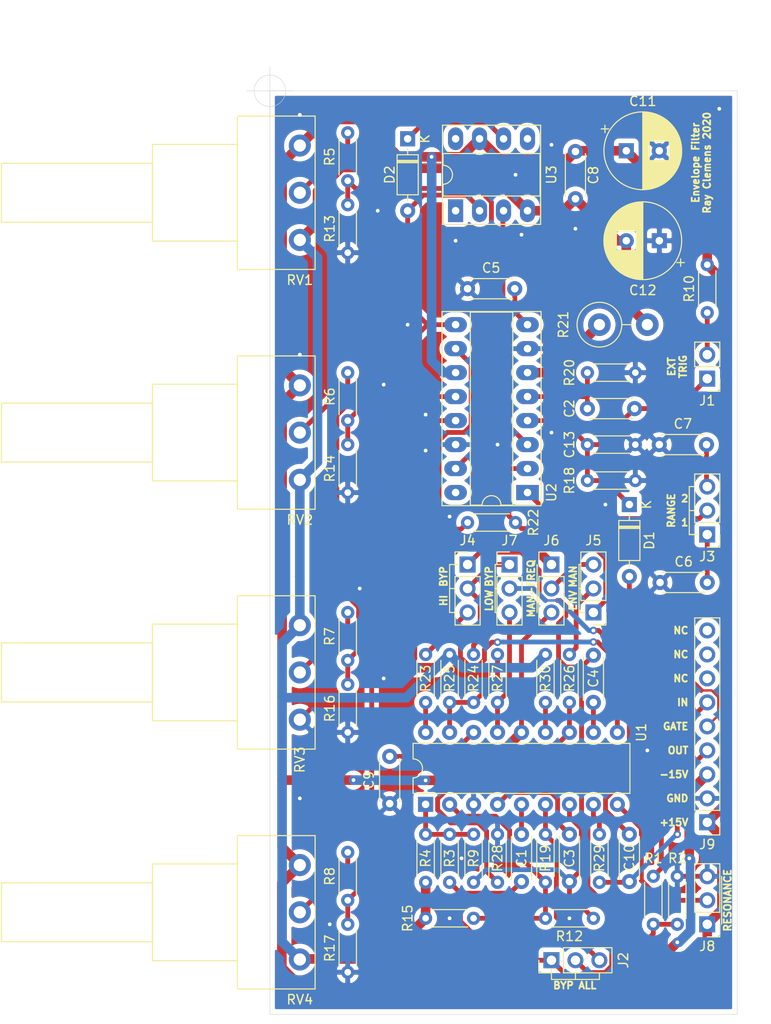
<source format=kicad_pcb>
(kicad_pcb (version 20171130) (host pcbnew "(5.1.6)-1")
  (layers (0 F.Cu signal) (31 B.Cu signal) (34 B.Paste user) (35 F.Paste user) (36 B.SilkS user) (37 F.SilkS user) (38 B.Mask user) (39 F.Mask user) (44 Edge.Cuts user))
  (net 0 "")
  (net 1 GND)
  (net 2 +15V)
  (net 3 -15V)
  (net 4 "Net-(C3-Pad2)")
  (net 5 "Net-(C3-Pad1)")
  (net 6 "Net-(C9-Pad2)")
  (net 7 /GATE)
  (net 8 "Net-(J1-Pad2)")
  (net 9 /SIG_IN)
  (net 10 /SIG_OUT)
  (net 11 "Net-(R13-Pad1)")
  (net 12 "Net-(R14-Pad1)")
  (net 13 "Net-(C1-Pad2)")
  (net 14 "Net-(C1-Pad1)")
  (net 15 "Net-(C2-Pad1)")
  (net 16 "Net-(C4-Pad2)")
  (net 17 "Net-(C4-Pad1)")
  (net 18 "Net-(C5-Pad2)")
  (net 19 "Net-(C6-Pad2)")
  (net 20 "Net-(C7-Pad2)")
  (net 21 "Net-(C10-Pad1)")
  (net 22 "Net-(D2-Pad2)")
  (net 23 "Net-(D2-Pad1)")
  (net 24 "Net-(J2-Pad3)")
  (net 25 "Net-(J3-Pad2)")
  (net 26 "Net-(J4-Pad3)")
  (net 27 "Net-(J4-Pad2)")
  (net 28 "Net-(J5-Pad3)")
  (net 29 "Net-(J5-Pad2)")
  (net 30 "Net-(J5-Pad1)")
  (net 31 "Net-(J7-Pad3)")
  (net 32 "Net-(J8-Pad2)")
  (net 33 "Net-(J9-Pad9)")
  (net 34 "Net-(J9-Pad8)")
  (net 35 "Net-(J9-Pad7)")
  (net 36 "Net-(R3-Pad1)")
  (net 37 "Net-(R5-Pad2)")
  (net 38 "Net-(R6-Pad2)")
  (net 39 "Net-(R7-Pad2)")
  (net 40 "Net-(R8-Pad2)")
  (net 41 "Net-(R17-Pad1)")
  (net 42 "Net-(R12-Pad1)")
  (net 43 "Net-(R21-Pad1)")
  (net 44 "Net-(R22-Pad2)")
  (net 45 "Net-(R23-Pad2)")
  (net 46 "Net-(R24-Pad1)")
  (net 47 "Net-(R26-Pad1)")
  (net 48 "Net-(R29-Pad1)")
  (net 49 "Net-(R30-Pad1)")
  (net 50 "Net-(U2-Pad16)")
  (net 51 "Net-(U2-Pad3)")
  (net 52 "Net-(U3-Pad8)")
  (net 53 "Net-(U3-Pad5)")
  (net 54 "Net-(U3-Pad1)")
  (net 55 "Net-(C13-Pad2)")
  (module Capacitor_THT:CP_Radial_D8.0mm_P3.50mm (layer F.Cu) (at 168.91 62.865 180)
    (fp_text reference C12 (at 1.75 -5.25) (layer F.SilkS))
    (fp_text value 100uF)
    (pad 2 thru_hole circle (at 3.5 0 180) (size 1.6 1.6) (drill 0.8) (layers *.Cu *.Mask) (net 3 -15V))
    (pad 1 thru_hole rect (at 0 0 180) (size 1.6 1.6) (drill 0.8) (layers *.Cu *.Mask) (net 1 GND))
  )
  (module Capacitor_THT:CP_Radial_D8.0mm_P3.50mm (layer F.Cu) (at 165.41 53.34)
    (fp_text reference C11 (at 1.75 -5.25) (layer F.SilkS))
    (fp_text value 100uF)
    (pad 2 thru_hole circle (at 3.5 0) (size 1.6 1.6) (drill 0.8) (layers *.Cu *.Mask) (net 1 GND))
    (pad 1 thru_hole rect (at 0 0) (size 1.6 1.6) (drill 0.8) (layers *.Cu *.Mask) (net 2 +15V))
  )
  (module Connector_PinHeader_2.54mm:PinHeader_1x03_P2.54mm_Vertical (layer F.Cu) (at 148.59 97.155)
    (fp_text reference J4 (at 0 -2.54) (layer F.SilkS))
    (fp_text value Conn_01x03_Male)
    (pad 3 thru_hole oval (at 0 5.08) (size 1.7 1.7) (drill 1) (layers *.Cu *.Mask) (net 26 "Net-(J4-Pad3)"))
    (pad 2 thru_hole oval (at 0 2.54) (size 1.7 1.7) (drill 1) (layers *.Cu *.Mask) (net 27 "Net-(J4-Pad2)"))
    (pad 1 thru_hole rect (at 0 0) (size 1.7 1.7) (drill 1) (layers *.Cu *.Mask) (net 17 "Net-(C4-Pad1)"))
  )
  (module Connector_PinHeader_2.54mm:PinHeader_1x03_P2.54mm_Vertical (layer F.Cu) (at 173.99 135.255 180)
    (fp_text reference J8 (at 0 -2.33) (layer F.SilkS))
    (fp_text value Conn_01x03_Male)
    (pad 3 thru_hole oval (at 0 5.08 180) (size 1.7 1.7) (drill 1) (layers *.Cu *.Mask) (net 1 GND))
    (pad 2 thru_hole oval (at 0 2.54 180) (size 1.7 1.7) (drill 1) (layers *.Cu *.Mask) (net 32 "Net-(J8-Pad2)"))
    (pad 1 thru_hole rect (at 0 0 180) (size 1.7 1.7) (drill 1) (layers *.Cu *.Mask) (net 2 +15V))
  )
  (module Resistor_THT:R_Axial_DIN0204_L3.6mm_D1.6mm_P5.08mm_Horizontal (layer F.Cu) (at 156.845 111.76 90)
    (fp_text reference R30 (at 2.54 0 270) (layer F.SilkS))
    (fp_text value 1.8k)
    (pad 2 thru_hole oval (at 5.08 0 90) (size 1.4 1.4) (drill 0.7) (layers *.Cu *.Mask) (net 3 -15V))
    (pad 1 thru_hole circle (at 0 0 90) (size 1.4 1.4) (drill 0.7) (layers *.Cu *.Mask) (net 49 "Net-(R30-Pad1)"))
  )
  (module Resistor_THT:R_Axial_DIN0204_L3.6mm_D1.6mm_P5.08mm_Horizontal (layer F.Cu) (at 151.765 130.81 90)
    (fp_text reference R28 (at 2.54 0 270) (layer F.SilkS))
    (fp_text value 1.8k)
    (pad 2 thru_hole oval (at 5.08 0 90) (size 1.4 1.4) (drill 0.7) (layers *.Cu *.Mask) (net 1 GND))
    (pad 1 thru_hole circle (at 0 0 90) (size 1.4 1.4) (drill 0.7) (layers *.Cu *.Mask) (net 47 "Net-(R26-Pad1)"))
  )
  (module Package_DIP:DIP-18_W7.62mm (layer F.Cu) (at 144.145 122.555 90)
    (fp_text reference U1 (at 7.62 22.86 90) (layer F.SilkS))
    (fp_text value AS3320)
    (pad 18 thru_hole oval (at 7.62 0 90) (size 1.6 1.6) (drill 0.8) (layers *.Cu *.Mask) (net 45 "Net-(R23-Pad2)"))
    (pad 9 thru_hole oval (at 0 20.32 90) (size 1.6 1.6) (drill 0.8) (layers *.Cu *.Mask) (net 32 "Net-(J8-Pad2)"))
    (pad 17 thru_hole oval (at 7.62 2.54 90) (size 1.6 1.6) (drill 0.8) (layers *.Cu *.Mask) (net 46 "Net-(R24-Pad1)"))
    (pad 8 thru_hole oval (at 0 17.78 90) (size 1.6 1.6) (drill 0.8) (layers *.Cu *.Mask) (net 48 "Net-(R29-Pad1)"))
    (pad 16 thru_hole oval (at 7.62 5.08 90) (size 1.6 1.6) (drill 0.8) (layers *.Cu *.Mask) (net 6 "Net-(C9-Pad2)"))
    (pad 7 thru_hole oval (at 0 15.24 90) (size 1.6 1.6) (drill 0.8) (layers *.Cu *.Mask) (net 5 "Net-(C3-Pad1)"))
    (pad 15 thru_hole oval (at 7.62 7.62 90) (size 1.6 1.6) (drill 0.8) (layers *.Cu *.Mask) (net 31 "Net-(J7-Pad3)"))
    (pad 6 thru_hole oval (at 0 12.7 90) (size 1.6 1.6) (drill 0.8) (layers *.Cu *.Mask) (net 24 "Net-(J2-Pad3)"))
    (pad 14 thru_hole oval (at 7.62 10.16 90) (size 1.6 1.6) (drill 0.8) (layers *.Cu *.Mask) (net 2 +15V))
    (pad 5 thru_hole oval (at 0 10.16 90) (size 1.6 1.6) (drill 0.8) (layers *.Cu *.Mask) (net 13 "Net-(C1-Pad2)"))
    (pad 13 thru_hole oval (at 7.62 12.7 90) (size 1.6 1.6) (drill 0.8) (layers *.Cu *.Mask) (net 49 "Net-(R30-Pad1)"))
    (pad 4 thru_hole oval (at 0 7.62 90) (size 1.6 1.6) (drill 0.8) (layers *.Cu *.Mask) (net 4 "Net-(C3-Pad2)"))
    (pad 12 thru_hole oval (at 7.62 15.24 90) (size 1.6 1.6) (drill 0.8) (layers *.Cu *.Mask) (net 47 "Net-(R26-Pad1)"))
    (pad 3 thru_hole oval (at 0 5.08 90) (size 1.6 1.6) (drill 0.8) (layers *.Cu *.Mask) (net 1 GND))
    (pad 11 thru_hole oval (at 7.62 17.78 90) (size 1.6 1.6) (drill 0.8) (layers *.Cu *.Mask) (net 16 "Net-(C4-Pad2)"))
    (pad 2 thru_hole oval (at 0 2.54 90) (size 1.6 1.6) (drill 0.8) (layers *.Cu *.Mask) (net 42 "Net-(R12-Pad1)"))
    (pad 10 thru_hole oval (at 7.62 20.32 90) (size 1.6 1.6) (drill 0.8) (layers *.Cu *.Mask) (net 26 "Net-(J4-Pad3)"))
    (pad 1 thru_hole rect (at 0 0 90) (size 1.6 1.6) (drill 0.8) (layers *.Cu *.Mask) (net 36 "Net-(R3-Pad1)"))
  )
  (module Resistor_THT:R_Axial_DIN0204_L3.6mm_D1.6mm_P5.08mm_Horizontal (layer F.Cu) (at 162.56 125.73 270)
    (fp_text reference R29 (at 2.54 0 270) (layer F.SilkS))
    (fp_text value 47k)
    (pad 2 thru_hole oval (at 5.08 0 270) (size 1.4 1.4) (drill 0.7) (layers *.Cu *.Mask) (net 10 /SIG_OUT))
    (pad 1 thru_hole circle (at 0 0 270) (size 1.4 1.4) (drill 0.7) (layers *.Cu *.Mask) (net 48 "Net-(R29-Pad1)"))
  )
  (module Resistor_THT:R_Axial_DIN0204_L3.6mm_D1.6mm_P5.08mm_Horizontal (layer F.Cu) (at 151.765 111.76 90)
    (fp_text reference R27 (at 2.54 0 90) (layer F.SilkS))
    (fp_text value 100k)
    (pad 2 thru_hole oval (at 5.08 0 90) (size 1.4 1.4) (drill 0.7) (layers *.Cu *.Mask) (net 46 "Net-(R24-Pad1)"))
    (pad 1 thru_hole circle (at 0 0 90) (size 1.4 1.4) (drill 0.7) (layers *.Cu *.Mask) (net 31 "Net-(J7-Pad3)"))
  )
  (module Resistor_THT:R_Axial_DIN0204_L3.6mm_D1.6mm_P5.08mm_Horizontal (layer F.Cu) (at 159.385 111.76 90)
    (fp_text reference R26 (at 2.54 0 270) (layer F.SilkS))
    (fp_text value 100k)
    (pad 2 thru_hole oval (at 5.08 0 90) (size 1.4 1.4) (drill 0.7) (layers *.Cu *.Mask) (net 29 "Net-(J5-Pad2)"))
    (pad 1 thru_hole circle (at 0 0 90) (size 1.4 1.4) (drill 0.7) (layers *.Cu *.Mask) (net 47 "Net-(R26-Pad1)"))
  )
  (module Resistor_THT:R_Axial_DIN0204_L3.6mm_D1.6mm_P5.08mm_Horizontal (layer F.Cu) (at 146.685 106.68 270)
    (fp_text reference R25 (at 2.54 0 90) (layer F.SilkS))
    (fp_text value 220k)
    (pad 2 thru_hole oval (at 5.08 0 270) (size 1.4 1.4) (drill 0.7) (layers *.Cu *.Mask) (net 46 "Net-(R24-Pad1)"))
    (pad 1 thru_hole circle (at 0 0 270) (size 1.4 1.4) (drill 0.7) (layers *.Cu *.Mask) (net 3 -15V))
  )
  (module Resistor_THT:R_Axial_DIN0204_L3.6mm_D1.6mm_P5.08mm_Horizontal (layer F.Cu) (at 149.225 111.76 90)
    (fp_text reference R24 (at 2.54 0 90) (layer F.SilkS))
    (fp_text value 91k)
    (pad 2 thru_hole oval (at 5.08 0 90) (size 1.4 1.4) (drill 0.7) (layers *.Cu *.Mask) (net 27 "Net-(J4-Pad2)"))
    (pad 1 thru_hole circle (at 0 0 90) (size 1.4 1.4) (drill 0.7) (layers *.Cu *.Mask) (net 46 "Net-(R24-Pad1)"))
  )
  (module Resistor_THT:R_Axial_DIN0204_L3.6mm_D1.6mm_P5.08mm_Horizontal (layer F.Cu) (at 144.145 106.68 270)
    (fp_text reference R23 (at 2.54 0 90) (layer F.SilkS))
    (fp_text value 100k)
    (pad 2 thru_hole oval (at 5.08 0 270) (size 1.4 1.4) (drill 0.7) (layers *.Cu *.Mask) (net 45 "Net-(R23-Pad2)"))
    (pad 1 thru_hole circle (at 0 0 270) (size 1.4 1.4) (drill 0.7) (layers *.Cu *.Mask) (net 26 "Net-(J4-Pad3)"))
  )
  (module Resistor_THT:R_Axial_DIN0204_L3.6mm_D1.6mm_P5.08mm_Horizontal (layer F.Cu) (at 156.845 125.73 270)
    (fp_text reference R19 (at 2.54 0 270) (layer F.SilkS))
    (fp_text value 100k)
    (pad 2 thru_hole oval (at 5.08 0 270) (size 1.4 1.4) (drill 0.7) (layers *.Cu *.Mask) (net 42 "Net-(R12-Pad1)"))
    (pad 1 thru_hole circle (at 0 0 270) (size 1.4 1.4) (drill 0.7) (layers *.Cu *.Mask) (net 24 "Net-(J2-Pad3)"))
  )
  (module Resistor_THT:R_Axial_DIN0204_L3.6mm_D1.6mm_P5.08mm_Horizontal (layer F.Cu) (at 144.145 134.62)
    (fp_text reference R15 (at -1.905 0 90) (layer F.SilkS))
    (fp_text value 220k)
    (pad 2 thru_hole oval (at 5.08 0) (size 1.4 1.4) (drill 0.7) (layers *.Cu *.Mask) (net 42 "Net-(R12-Pad1)"))
    (pad 1 thru_hole circle (at 0 0) (size 1.4 1.4) (drill 0.7) (layers *.Cu *.Mask) (net 3 -15V))
  )
  (module Resistor_THT:R_Axial_DIN0204_L3.6mm_D1.6mm_P5.08mm_Horizontal (layer F.Cu) (at 156.845 134.62)
    (fp_text reference R12 (at 2.54 1.905) (layer F.SilkS))
    (fp_text value 91k)
    (pad 2 thru_hole oval (at 5.08 0) (size 1.4 1.4) (drill 0.7) (layers *.Cu *.Mask) (net 5 "Net-(C3-Pad1)"))
    (pad 1 thru_hole circle (at 0 0) (size 1.4 1.4) (drill 0.7) (layers *.Cu *.Mask) (net 42 "Net-(R12-Pad1)"))
  )
  (module Resistor_THT:R_Axial_DIN0204_L3.6mm_D1.6mm_P5.08mm_Horizontal (layer F.Cu) (at 149.225 130.81 90)
    (fp_text reference R9 (at 2.54 0 270) (layer F.SilkS))
    (fp_text value 100k)
    (pad 2 thru_hole oval (at 5.08 0 90) (size 1.4 1.4) (drill 0.7) (layers *.Cu *.Mask) (net 36 "Net-(R3-Pad1)"))
    (pad 1 thru_hole circle (at 0 0 90) (size 1.4 1.4) (drill 0.7) (layers *.Cu *.Mask) (net 5 "Net-(C3-Pad1)"))
  )
  (module Resistor_THT:R_Axial_DIN0204_L3.6mm_D1.6mm_P5.08mm_Horizontal (layer F.Cu) (at 144.145 130.81 90)
    (fp_text reference R4 (at 2.54 0 270) (layer F.SilkS))
    (fp_text value 220k)
    (pad 2 thru_hole oval (at 5.08 0 90) (size 1.4 1.4) (drill 0.7) (layers *.Cu *.Mask) (net 36 "Net-(R3-Pad1)"))
    (pad 1 thru_hole circle (at 0 0 90) (size 1.4 1.4) (drill 0.7) (layers *.Cu *.Mask) (net 3 -15V))
  )
  (module Resistor_THT:R_Axial_DIN0204_L3.6mm_D1.6mm_P5.08mm_Horizontal (layer F.Cu) (at 146.685 125.73 270)
    (fp_text reference R3 (at 2.54 0 270) (layer F.SilkS))
    (fp_text value 91k)
    (pad 2 thru_hole oval (at 5.08 0 270) (size 1.4 1.4) (drill 0.7) (layers *.Cu *.Mask) (net 14 "Net-(C1-Pad1)"))
    (pad 1 thru_hole circle (at 0 0 270) (size 1.4 1.4) (drill 0.7) (layers *.Cu *.Mask) (net 36 "Net-(R3-Pad1)"))
  )
  (module Connector_PinHeader_2.54mm:PinHeader_1x03_P2.54mm_Vertical (layer F.Cu) (at 153.035 97.155)
    (fp_text reference J7 (at 0 -2.54) (layer F.SilkS))
    (fp_text value Conn_01x03_Male)
    (pad 3 thru_hole oval (at 0 5.08) (size 1.7 1.7) (drill 1) (layers *.Cu *.Mask) (net 31 "Net-(J7-Pad3)"))
    (pad 2 thru_hole oval (at 0 2.54) (size 1.7 1.7) (drill 1) (layers *.Cu *.Mask) (net 21 "Net-(C10-Pad1)"))
    (pad 1 thru_hole rect (at 0 0) (size 1.7 1.7) (drill 1) (layers *.Cu *.Mask) (net 27 "Net-(J4-Pad2)"))
  )
  (module Connector_PinHeader_2.54mm:PinHeader_1x03_P2.54mm_Vertical (layer F.Cu) (at 157.48 97.155)
    (fp_text reference J6 (at 0 -2.54) (layer F.SilkS))
    (fp_text value Conn_01x03_Male)
    (pad 3 thru_hole oval (at 0 5.08) (size 1.7 1.7) (drill 1) (layers *.Cu *.Mask) (net 2 +15V))
    (pad 2 thru_hole oval (at 0 2.54) (size 1.7 1.7) (drill 1) (layers *.Cu *.Mask) (net 28 "Net-(J5-Pad3)"))
    (pad 1 thru_hole rect (at 0 0) (size 1.7 1.7) (drill 1) (layers *.Cu *.Mask) (net 3 -15V))
  )
  (module Connector_PinHeader_2.54mm:PinHeader_1x03_P2.54mm_Vertical (layer F.Cu) (at 161.925 102.235 180)
    (fp_text reference J5 (at 0 7.62 180) (layer F.SilkS))
    (fp_text value Conn_01x03_Male)
    (pad 3 thru_hole oval (at 0 5.08 180) (size 1.7 1.7) (drill 1) (layers *.Cu *.Mask) (net 28 "Net-(J5-Pad3)"))
    (pad 2 thru_hole oval (at 0 2.54 180) (size 1.7 1.7) (drill 1) (layers *.Cu *.Mask) (net 29 "Net-(J5-Pad2)"))
    (pad 1 thru_hole rect (at 0 0 180) (size 1.7 1.7) (drill 1) (layers *.Cu *.Mask) (net 30 "Net-(J5-Pad1)"))
  )
  (module Connector_PinHeader_2.54mm:PinHeader_1x03_P2.54mm_Vertical (layer F.Cu) (at 157.48 139.065 90)
    (fp_text reference J2 (at 0 7.62 90) (layer F.SilkS))
    (fp_text value Conn_01x03_Male)
    (pad 3 thru_hole oval (at 0 5.08 90) (size 1.7 1.7) (drill 1) (layers *.Cu *.Mask) (net 24 "Net-(J2-Pad3)"))
    (pad 2 thru_hole oval (at 0 2.54 90) (size 1.7 1.7) (drill 1) (layers *.Cu *.Mask) (net 17 "Net-(C4-Pad1)"))
    (pad 1 thru_hole rect (at 0 0 90) (size 1.7 1.7) (drill 1) (layers *.Cu *.Mask) (net 14 "Net-(C1-Pad1)"))
  )
  (module Capacitor_THT:C_Disc_D4.3mm_W1.9mm_P5.00mm (layer F.Cu) (at 165.735 125.73 270)
    (fp_text reference C10 (at 2.46 0 270) (layer F.SilkS))
    (fp_text value 1uF)
    (pad 2 thru_hole circle (at 5 0 270) (size 1.6 1.6) (drill 0.8) (layers *.Cu *.Mask) (net 10 /SIG_OUT))
    (pad 1 thru_hole circle (at 0 0 270) (size 1.6 1.6) (drill 0.8) (layers *.Cu *.Mask) (net 21 "Net-(C10-Pad1)"))
  )
  (module Capacitor_THT:C_Disc_D4.3mm_W1.9mm_P5.00mm (layer F.Cu) (at 140.335 122.475 90)
    (fp_text reference C9 (at 2.5 -2.2 90) (layer F.SilkS))
    (fp_text value 1nF)
    (pad 2 thru_hole circle (at 5 0 90) (size 1.6 1.6) (drill 0.8) (layers *.Cu *.Mask) (net 6 "Net-(C9-Pad2)"))
    (pad 1 thru_hole circle (at 0 0 90) (size 1.6 1.6) (drill 0.8) (layers *.Cu *.Mask) (net 1 GND))
  )
  (module Capacitor_THT:C_Disc_D4.3mm_W1.9mm_P5.00mm (layer F.Cu) (at 161.925 106.76 270)
    (fp_text reference C4 (at 2.46 0 270) (layer F.SilkS))
    (fp_text value 1nF)
    (pad 2 thru_hole circle (at 5 0 270) (size 1.6 1.6) (drill 0.8) (layers *.Cu *.Mask) (net 16 "Net-(C4-Pad2)"))
    (pad 1 thru_hole circle (at 0 0 270) (size 1.6 1.6) (drill 0.8) (layers *.Cu *.Mask) (net 17 "Net-(C4-Pad1)"))
  )
  (module Capacitor_THT:C_Disc_D4.3mm_W1.9mm_P5.00mm (layer F.Cu) (at 159.385 130.73 90)
    (fp_text reference C3 (at 2.46 0 270) (layer F.SilkS))
    (fp_text value 1nF)
    (pad 2 thru_hole circle (at 5 0 90) (size 1.6 1.6) (drill 0.8) (layers *.Cu *.Mask) (net 4 "Net-(C3-Pad2)"))
    (pad 1 thru_hole circle (at 0 0 90) (size 1.6 1.6) (drill 0.8) (layers *.Cu *.Mask) (net 5 "Net-(C3-Pad1)"))
  )
  (module Capacitor_THT:C_Disc_D4.3mm_W1.9mm_P5.00mm (layer F.Cu) (at 154.305 130.73 90)
    (fp_text reference C1 (at 2.46 0 270) (layer F.SilkS))
    (fp_text value 1nF)
    (pad 2 thru_hole circle (at 5 0 90) (size 1.6 1.6) (drill 0.8) (layers *.Cu *.Mask) (net 13 "Net-(C1-Pad2)"))
    (pad 1 thru_hole circle (at 0 0 90) (size 1.6 1.6) (drill 0.8) (layers *.Cu *.Mask) (net 14 "Net-(C1-Pad1)"))
  )
  (module Connector_PinHeader_2.54mm:PinHeader_1x09_P2.54mm_Vertical (layer F.Cu) (at 173.99 124.46 180)
    (fp_text reference J9 (at 0 -2.33) (layer F.SilkS))
    (fp_text value Conn_01x09_Male)
    (pad 9 thru_hole oval (at 0 20.32 180) (size 1.7 1.7) (drill 1) (layers *.Cu *.Mask) (net 33 "Net-(J9-Pad9)"))
    (pad 8 thru_hole oval (at 0 17.78 180) (size 1.7 1.7) (drill 1) (layers *.Cu *.Mask) (net 34 "Net-(J9-Pad8)"))
    (pad 7 thru_hole oval (at 0 15.24 180) (size 1.7 1.7) (drill 1) (layers *.Cu *.Mask) (net 35 "Net-(J9-Pad7)"))
    (pad 6 thru_hole oval (at 0 12.7 180) (size 1.7 1.7) (drill 1) (layers *.Cu *.Mask) (net 9 /SIG_IN))
    (pad 5 thru_hole oval (at 0 10.16 180) (size 1.7 1.7) (drill 1) (layers *.Cu *.Mask) (net 7 /GATE))
    (pad 4 thru_hole oval (at 0 7.62 180) (size 1.7 1.7) (drill 1) (layers *.Cu *.Mask) (net 10 /SIG_OUT))
    (pad 3 thru_hole oval (at 0 5.08 180) (size 1.7 1.7) (drill 1) (layers *.Cu *.Mask) (net 3 -15V))
    (pad 2 thru_hole oval (at 0 2.54 180) (size 1.7 1.7) (drill 1) (layers *.Cu *.Mask) (net 1 GND))
    (pad 1 thru_hole rect (at 0 0 180) (size 1.7 1.7) (drill 1) (layers *.Cu *.Mask) (net 2 +15V))
  )
  (module Capacitor_THT:C_Disc_D4.3mm_W1.9mm_P5.00mm (layer F.Cu) (at 160.02 58.42 90)
    (fp_text reference C8 (at 2.5 1.905 90) (layer F.SilkS))
    (fp_text value 0.1uF)
    (pad 2 thru_hole circle (at 5 0 90) (size 1.6 1.6) (drill 0.8) (layers *.Cu *.Mask) (net 2 +15V))
    (pad 1 thru_hole circle (at 0 0 90) (size 1.6 1.6) (drill 0.8) (layers *.Cu *.Mask) (net 3 -15V))
  )
  (module Potentiometer_THT:Potentiometer_Piher_PC-16_Single_Horizontal (layer F.Cu) (at 130.81 128.985 180)
    (fp_text reference RV4 (at 0 -14.25) (layer F.SilkS))
    (fp_text value 10k)
    (pad 1 thru_hole circle (at 0 0 180) (size 2.34 2.34) (drill 1.3) (layers *.Cu *.Mask) (net 2 +15V))
    (pad 2 thru_hole circle (at 0 -5 180) (size 2.34 2.34) (drill 1.3) (layers *.Cu *.Mask) (net 40 "Net-(R8-Pad2)"))
    (pad 3 thru_hole circle (at 0 -10 180) (size 2.34 2.34) (drill 1.3) (layers *.Cu *.Mask) (net 3 -15V))
  )
  (module Potentiometer_THT:Potentiometer_Piher_PC-16_Single_Horizontal (layer F.Cu) (at 130.81 103.585 180)
    (fp_text reference RV3 (at 0 -14.25 90) (layer F.SilkS))
    (fp_text value 10k)
    (pad 1 thru_hole circle (at 0 0 180) (size 2.34 2.34) (drill 1.3) (layers *.Cu *.Mask) (net 3 -15V))
    (pad 2 thru_hole circle (at 0 -5 180) (size 2.34 2.34) (drill 1.3) (layers *.Cu *.Mask) (net 39 "Net-(R7-Pad2)"))
    (pad 3 thru_hole circle (at 0 -10 180) (size 2.34 2.34) (drill 1.3) (layers *.Cu *.Mask) (net 1 GND))
  )
  (module Potentiometer_THT:Potentiometer_Piher_PC-16_Single_Horizontal (layer F.Cu) (at 130.81 78.185 180)
    (fp_text reference RV2 (at 0 -14.25) (layer F.SilkS))
    (fp_text value 10k)
    (pad 1 thru_hole circle (at 0 0 180) (size 2.34 2.34) (drill 1.3) (layers *.Cu *.Mask) (net 2 +15V))
    (pad 2 thru_hole circle (at 0 -5 180) (size 2.34 2.34) (drill 1.3) (layers *.Cu *.Mask) (net 38 "Net-(R6-Pad2)"))
    (pad 3 thru_hole circle (at 0 -10 180) (size 2.34 2.34) (drill 1.3) (layers *.Cu *.Mask) (net 3 -15V))
  )
  (module Potentiometer_THT:Potentiometer_Piher_PC-16_Single_Horizontal (layer F.Cu) (at 130.81 52.785 180)
    (fp_text reference RV1 (at 0 -14.25) (layer F.SilkS))
    (fp_text value 10k)
    (pad 1 thru_hole circle (at 0 0 180) (size 2.34 2.34) (drill 1.3) (layers *.Cu *.Mask) (net 2 +15V))
    (pad 2 thru_hole circle (at 0 -5 180) (size 2.34 2.34) (drill 1.3) (layers *.Cu *.Mask) (net 37 "Net-(R5-Pad2)"))
    (pad 3 thru_hole circle (at 0 -10 180) (size 2.34 2.34) (drill 1.3) (layers *.Cu *.Mask) (net 3 -15V))
  )
  (module Package_DIP:DIP-8_W7.62mm_Socket_LongPads (layer F.Cu) (at 147.32 59.69 90)
    (fp_text reference U3 (at 3.81 10.16 90) (layer F.SilkS))
    (fp_text value LM741)
    (pad 8 thru_hole oval (at 7.62 0 90) (size 2.4 1.6) (drill 0.8) (layers *.Cu *.Mask) (net 52 "Net-(U3-Pad8)"))
    (pad 4 thru_hole oval (at 0 7.62 90) (size 2.4 1.6) (drill 0.8) (layers *.Cu *.Mask) (net 3 -15V))
    (pad 7 thru_hole oval (at 7.62 2.54 90) (size 2.4 1.6) (drill 0.8) (layers *.Cu *.Mask) (net 2 +15V))
    (pad 3 thru_hole oval (at 0 5.08 90) (size 2.4 1.6) (drill 0.8) (layers *.Cu *.Mask) (net 51 "Net-(U2-Pad3)"))
    (pad 6 thru_hole oval (at 7.62 5.08 90) (size 2.4 1.6) (drill 0.8) (layers *.Cu *.Mask) (net 23 "Net-(D2-Pad1)"))
    (pad 2 thru_hole oval (at 0 2.54 90) (size 2.4 1.6) (drill 0.8) (layers *.Cu *.Mask) (net 22 "Net-(D2-Pad2)"))
    (pad 5 thru_hole oval (at 7.62 7.62 90) (size 2.4 1.6) (drill 0.8) (layers *.Cu *.Mask) (net 53 "Net-(U3-Pad5)"))
    (pad 1 thru_hole rect (at 0 0 90) (size 2.4 1.6) (drill 0.8) (layers *.Cu *.Mask) (net 54 "Net-(U3-Pad1)"))
  )
  (module Package_DIP:DIP-16_W7.62mm_Socket_LongPads (layer F.Cu) (at 154.94 89.535 180)
    (fp_text reference U2 (at -2.54 0 90) (layer F.SilkS))
    (fp_text value AS3310)
    (pad 16 thru_hole oval (at 7.62 0 180) (size 2.4 1.6) (drill 0.8) (layers *.Cu *.Mask) (net 50 "Net-(U2-Pad16)"))
    (pad 8 thru_hole oval (at 0 17.78 180) (size 2.4 1.6) (drill 0.8) (layers *.Cu *.Mask) (net 18 "Net-(C5-Pad2)"))
    (pad 15 thru_hole oval (at 7.62 2.54 180) (size 2.4 1.6) (drill 0.8) (layers *.Cu *.Mask) (net 11 "Net-(R13-Pad1)"))
    (pad 7 thru_hole oval (at 0 15.24 180) (size 2.4 1.6) (drill 0.8) (layers *.Cu *.Mask) (net 1 GND))
    (pad 14 thru_hole oval (at 7.62 5.08 180) (size 2.4 1.6) (drill 0.8) (layers *.Cu *.Mask) (net 1 GND))
    (pad 6 thru_hole oval (at 0 12.7 180) (size 2.4 1.6) (drill 0.8) (layers *.Cu *.Mask) (net 43 "Net-(R21-Pad1)"))
    (pad 13 thru_hole oval (at 7.62 7.62 180) (size 2.4 1.6) (drill 0.8) (layers *.Cu *.Mask) (net 41 "Net-(R17-Pad1)"))
    (pad 5 thru_hole oval (at 0 10.16 180) (size 2.4 1.6) (drill 0.8) (layers *.Cu *.Mask) (net 15 "Net-(C2-Pad1)"))
    (pad 12 thru_hole oval (at 7.62 10.16 180) (size 2.4 1.6) (drill 0.8) (layers *.Cu *.Mask) (net 12 "Net-(R14-Pad1)"))
    (pad 4 thru_hole oval (at 0 7.62 180) (size 2.4 1.6) (drill 0.8) (layers *.Cu *.Mask) (net 55 "Net-(C13-Pad2)"))
    (pad 11 thru_hole oval (at 7.62 12.7 180) (size 2.4 1.6) (drill 0.8) (layers *.Cu *.Mask) (net 2 +15V))
    (pad 3 thru_hole oval (at 0 5.08 180) (size 2.4 1.6) (drill 0.8) (layers *.Cu *.Mask) (net 51 "Net-(U2-Pad3)"))
    (pad 10 thru_hole oval (at 7.62 15.24 180) (size 2.4 1.6) (drill 0.8) (layers *.Cu *.Mask) (net 44 "Net-(R22-Pad2)"))
    (pad 2 thru_hole oval (at 0 2.54 180) (size 2.4 1.6) (drill 0.8) (layers *.Cu *.Mask) (net 30 "Net-(J5-Pad1)"))
    (pad 9 thru_hole oval (at 7.62 17.78 180) (size 2.4 1.6) (drill 0.8) (layers *.Cu *.Mask) (net 22 "Net-(D2-Pad2)"))
    (pad 1 thru_hole rect (at 0 0 180) (size 2.4 1.6) (drill 0.8) (layers *.Cu *.Mask) (net 25 "Net-(J3-Pad2)"))
  )
  (module Resistor_THT:R_Axial_DIN0204_L3.6mm_D1.6mm_P5.08mm_Horizontal (layer F.Cu) (at 170.815 135.255 90)
    (fp_text reference R2 (at 6.985 0 180) (layer F.SilkS))
    (fp_text value 10k)
    (pad 2 thru_hole oval (at 5.08 0 90) (size 1.4 1.4) (drill 0.7) (layers *.Cu *.Mask) (net 1 GND))
    (pad 1 thru_hole circle (at 0 0 90) (size 1.4 1.4) (drill 0.7) (layers *.Cu *.Mask) (net 14 "Net-(C1-Pad1)"))
  )
  (module Resistor_THT:R_Axial_DIN0204_L3.6mm_D1.6mm_P5.08mm_Horizontal (layer F.Cu) (at 168.275 130.175 270)
    (fp_text reference R1 (at -1.905 0 180) (layer F.SilkS))
    (fp_text value 91k)
    (pad 2 thru_hole oval (at 5.08 0 270) (size 1.4 1.4) (drill 0.7) (layers *.Cu *.Mask) (net 14 "Net-(C1-Pad1)"))
    (pad 1 thru_hole circle (at 0 0 270) (size 1.4 1.4) (drill 0.7) (layers *.Cu *.Mask) (net 9 /SIG_IN))
  )
  (module Resistor_THT:R_Axial_DIN0204_L3.6mm_D1.6mm_P5.08mm_Horizontal (layer F.Cu) (at 153.67 92.71 180)
    (fp_text reference R22 (at -1.905 0 90) (layer F.SilkS))
    (fp_text value 30k)
    (pad 2 thru_hole oval (at 5.08 0 180) (size 1.4 1.4) (drill 0.7) (layers *.Cu *.Mask) (net 44 "Net-(R22-Pad2)"))
    (pad 1 thru_hole circle (at 0 0 180) (size 1.4 1.4) (drill 0.7) (layers *.Cu *.Mask) (net 30 "Net-(J5-Pad1)"))
  )
  (module Resistor_THT:R_Axial_DIN0414_L11.9mm_D4.5mm_P5.08mm_Vertical (layer F.Cu) (at 162.56 71.755)
    (fp_text reference R21 (at -3.81 0 90) (layer F.SilkS))
    (fp_text value 750)
    (pad 2 thru_hole oval (at 5.08 0) (size 2.4 2.4) (drill 1.2) (layers *.Cu *.Mask) (net 3 -15V))
    (pad 1 thru_hole circle (at 0 0) (size 2.4 2.4) (drill 1.2) (layers *.Cu *.Mask) (net 43 "Net-(R21-Pad1)"))
  )
  (module Resistor_THT:R_Axial_DIN0204_L3.6mm_D1.6mm_P5.08mm_Horizontal (layer F.Cu) (at 161.29 76.835)
    (fp_text reference R20 (at -1.905 0 90) (layer F.SilkS))
    (fp_text value 10k)
    (pad 2 thru_hole oval (at 5.08 0) (size 1.4 1.4) (drill 0.7) (layers *.Cu *.Mask) (net 1 GND))
    (pad 1 thru_hole circle (at 0 0) (size 1.4 1.4) (drill 0.7) (layers *.Cu *.Mask) (net 15 "Net-(C2-Pad1)"))
  )
  (module Resistor_THT:R_Axial_DIN0204_L3.6mm_D1.6mm_P5.08mm_Horizontal (layer F.Cu) (at 161.29 88.265)
    (fp_text reference R18 (at -1.905 0 90) (layer F.SilkS))
    (fp_text value 10k)
    (pad 2 thru_hole oval (at 5.08 0) (size 1.4 1.4) (drill 0.7) (layers *.Cu *.Mask) (net 1 GND))
    (pad 1 thru_hole circle (at 0 0) (size 1.4 1.4) (drill 0.7) (layers *.Cu *.Mask) (net 55 "Net-(C13-Pad2)"))
  )
  (module Resistor_THT:R_Axial_DIN0204_L3.6mm_D1.6mm_P5.08mm_Horizontal (layer F.Cu) (at 135.89 135.255 270)
    (fp_text reference R17 (at 2.54 1.905 90) (layer F.SilkS))
    (fp_text value 200)
    (pad 2 thru_hole oval (at 5.08 0 270) (size 1.4 1.4) (drill 0.7) (layers *.Cu *.Mask) (net 1 GND))
    (pad 1 thru_hole circle (at 0 0 270) (size 1.4 1.4) (drill 0.7) (layers *.Cu *.Mask) (net 41 "Net-(R17-Pad1)"))
  )
  (module Resistor_THT:R_Axial_DIN0204_L3.6mm_D1.6mm_P5.08mm_Horizontal (layer F.Cu) (at 135.89 109.855 270)
    (fp_text reference R16 (at 2.54 1.905 90) (layer F.SilkS))
    (fp_text value 15k)
    (pad 2 thru_hole oval (at 5.08 0 270) (size 1.4 1.4) (drill 0.7) (layers *.Cu *.Mask) (net 1 GND))
    (pad 1 thru_hole circle (at 0 0 270) (size 1.4 1.4) (drill 0.7) (layers *.Cu *.Mask) (net 22 "Net-(D2-Pad2)"))
  )
  (module Resistor_THT:R_Axial_DIN0204_L3.6mm_D1.6mm_P5.08mm_Horizontal (layer F.Cu) (at 135.89 84.455 270)
    (fp_text reference R14 (at 2.54 1.905 90) (layer F.SilkS))
    (fp_text value 200)
    (pad 2 thru_hole oval (at 5.08 0 270) (size 1.4 1.4) (drill 0.7) (layers *.Cu *.Mask) (net 1 GND))
    (pad 1 thru_hole circle (at 0 0 270) (size 1.4 1.4) (drill 0.7) (layers *.Cu *.Mask) (net 12 "Net-(R14-Pad1)"))
  )
  (module Resistor_THT:R_Axial_DIN0204_L3.6mm_D1.6mm_P5.08mm_Horizontal (layer F.Cu) (at 135.89 59.055 270)
    (fp_text reference R13 (at 2.54 1.905 90) (layer F.SilkS))
    (fp_text value 200)
    (pad 2 thru_hole oval (at 5.08 0 270) (size 1.4 1.4) (drill 0.7) (layers *.Cu *.Mask) (net 1 GND))
    (pad 1 thru_hole circle (at 0 0 270) (size 1.4 1.4) (drill 0.7) (layers *.Cu *.Mask) (net 11 "Net-(R13-Pad1)"))
  )
  (module Resistor_THT:R_Axial_DIN0204_L3.6mm_D1.6mm_P5.08mm_Horizontal (layer F.Cu) (at 166.37 84.455 180)
    (fp_text reference C13 (at 6.985 0 90) (layer F.SilkS))
    (fp_text value 10nF)
    (pad 2 thru_hole oval (at 5.08 0 180) (size 1.4 1.4) (drill 0.7) (layers *.Cu *.Mask) (net 55 "Net-(C13-Pad2)"))
    (pad 1 thru_hole circle (at 0 0 180) (size 1.4 1.4) (drill 0.7) (layers *.Cu *.Mask) (net 1 GND))
  )
  (module Resistor_THT:R_Axial_DIN0204_L3.6mm_D1.6mm_P5.08mm_Horizontal (layer F.Cu) (at 173.99 70.485 90)
    (fp_text reference R10 (at 2.54 -1.92 90) (layer F.SilkS))
    (fp_text value 12k)
    (pad 2 thru_hole oval (at 5.08 0 90) (size 1.4 1.4) (drill 0.7) (layers *.Cu *.Mask) (net 2 +15V))
    (pad 1 thru_hole circle (at 0 0 90) (size 1.4 1.4) (drill 0.7) (layers *.Cu *.Mask) (net 8 "Net-(J1-Pad2)"))
  )
  (module Resistor_THT:R_Axial_DIN0204_L3.6mm_D1.6mm_P5.08mm_Horizontal (layer F.Cu) (at 135.89 132.715 90)
    (fp_text reference R8 (at 2.54 -1.905 90) (layer F.SilkS))
    (fp_text value 12k)
    (pad 2 thru_hole oval (at 5.08 0 90) (size 1.4 1.4) (drill 0.7) (layers *.Cu *.Mask) (net 40 "Net-(R8-Pad2)"))
    (pad 1 thru_hole circle (at 0 0 90) (size 1.4 1.4) (drill 0.7) (layers *.Cu *.Mask) (net 41 "Net-(R17-Pad1)"))
  )
  (module Resistor_THT:R_Axial_DIN0204_L3.6mm_D1.6mm_P5.08mm_Horizontal (layer F.Cu) (at 135.89 107.315 90)
    (fp_text reference R7 (at 2.54 -1.92 90) (layer F.SilkS))
    (fp_text value 20k)
    (pad 2 thru_hole oval (at 5.08 0 90) (size 1.4 1.4) (drill 0.7) (layers *.Cu *.Mask) (net 39 "Net-(R7-Pad2)"))
    (pad 1 thru_hole circle (at 0 0 90) (size 1.4 1.4) (drill 0.7) (layers *.Cu *.Mask) (net 22 "Net-(D2-Pad2)"))
  )
  (module Resistor_THT:R_Axial_DIN0204_L3.6mm_D1.6mm_P5.08mm_Horizontal (layer F.Cu) (at 135.89 81.915 90)
    (fp_text reference R6 (at 2.54 -1.905 90) (layer F.SilkS))
    (fp_text value 12k)
    (pad 2 thru_hole oval (at 5.08 0 90) (size 1.4 1.4) (drill 0.7) (layers *.Cu *.Mask) (net 38 "Net-(R6-Pad2)"))
    (pad 1 thru_hole circle (at 0 0 90) (size 1.4 1.4) (drill 0.7) (layers *.Cu *.Mask) (net 12 "Net-(R14-Pad1)"))
  )
  (module Resistor_THT:R_Axial_DIN0204_L3.6mm_D1.6mm_P5.08mm_Horizontal (layer F.Cu) (at 135.89 56.515 90)
    (fp_text reference R5 (at 2.54 -1.92 90) (layer F.SilkS))
    (fp_text value 12k)
    (pad 2 thru_hole oval (at 5.08 0 90) (size 1.4 1.4) (drill 0.7) (layers *.Cu *.Mask) (net 37 "Net-(R5-Pad2)"))
    (pad 1 thru_hole circle (at 0 0 90) (size 1.4 1.4) (drill 0.7) (layers *.Cu *.Mask) (net 11 "Net-(R13-Pad1)"))
  )
  (module Connector_PinHeader_2.54mm:PinHeader_1x03_P2.54mm_Vertical (layer F.Cu) (at 173.99 93.98 180)
    (fp_text reference J3 (at 0 -2.33) (layer F.SilkS))
    (fp_text value Conn_01x03_Male)
    (pad 3 thru_hole oval (at 0 5.08 180) (size 1.7 1.7) (drill 1) (layers *.Cu *.Mask) (net 20 "Net-(C7-Pad2)"))
    (pad 2 thru_hole oval (at 0 2.54 180) (size 1.7 1.7) (drill 1) (layers *.Cu *.Mask) (net 25 "Net-(J3-Pad2)"))
    (pad 1 thru_hole rect (at 0 0 180) (size 1.7 1.7) (drill 1) (layers *.Cu *.Mask) (net 19 "Net-(C6-Pad2)"))
  )
  (module Connector_PinHeader_2.54mm:PinHeader_1x02_P2.54mm_Vertical (layer F.Cu) (at 173.99 77.47 180)
    (fp_text reference J1 (at 0 -2.33) (layer F.SilkS))
    (fp_text value Conn_01x02_Male)
    (pad 2 thru_hole oval (at 0 2.54 180) (size 1.7 1.7) (drill 1) (layers *.Cu *.Mask) (net 8 "Net-(J1-Pad2)"))
    (pad 1 thru_hole rect (at 0 0 180) (size 1.7 1.7) (drill 1) (layers *.Cu *.Mask) (net 55 "Net-(C13-Pad2)"))
  )
  (module Diode_THT:D_DO-35_SOD27_P7.62mm_Horizontal (layer F.Cu) (at 142.24 52.07 270)
    (fp_text reference D2 (at 3.81 1.905 90) (layer F.SilkS))
    (fp_text value 1N4148)
    (fp_text user K (at 0 -1.8 90) (layer F.SilkS))
    (pad 2 thru_hole oval (at 7.62 0 270) (size 1.6 1.6) (drill 0.8) (layers *.Cu *.Mask) (net 22 "Net-(D2-Pad2)"))
    (pad 1 thru_hole rect (at 0 0 270) (size 1.6 1.6) (drill 0.8) (layers *.Cu *.Mask) (net 23 "Net-(D2-Pad1)"))
  )
  (module Diode_THT:D_DO-35_SOD27_P7.62mm_Horizontal (layer F.Cu) (at 165.735 90.805 270)
    (fp_text reference D1 (at 3.81 -2.12 90) (layer F.SilkS))
    (fp_text value 1N4148)
    (fp_text user K (at 0 -1.8 90) (layer F.SilkS))
    (pad 2 thru_hole oval (at 7.62 0 270) (size 1.6 1.6) (drill 0.8) (layers *.Cu *.Mask) (net 7 /GATE))
    (pad 1 thru_hole rect (at 0 0 270) (size 1.6 1.6) (drill 0.8) (layers *.Cu *.Mask) (net 55 "Net-(C13-Pad2)"))
  )
  (module Capacitor_THT:C_Disc_D4.3mm_W1.9mm_P5.00mm (layer F.Cu) (at 168.91 84.455)
    (fp_text reference C7 (at 2.5 -2.2) (layer F.SilkS))
    (fp_text value 33nF)
    (pad 2 thru_hole circle (at 5 0) (size 1.6 1.6) (drill 0.8) (layers *.Cu *.Mask) (net 20 "Net-(C7-Pad2)"))
    (pad 1 thru_hole circle (at 0 0) (size 1.6 1.6) (drill 0.8) (layers *.Cu *.Mask) (net 1 GND))
  )
  (module Capacitor_THT:C_Disc_D4.3mm_W1.9mm_P5.00mm (layer F.Cu) (at 168.99 99.06)
    (fp_text reference C6 (at 2.5 -2.2) (layer F.SilkS))
    (fp_text value 4n7)
    (pad 2 thru_hole circle (at 5 0) (size 1.6 1.6) (drill 0.8) (layers *.Cu *.Mask) (net 19 "Net-(C6-Pad2)"))
    (pad 1 thru_hole circle (at 0 0) (size 1.6 1.6) (drill 0.8) (layers *.Cu *.Mask) (net 1 GND))
  )
  (module Capacitor_THT:C_Disc_D4.3mm_W1.9mm_P5.00mm (layer F.Cu) (at 148.59 67.945)
    (fp_text reference C5 (at 2.5 -2.2) (layer F.SilkS))
    (fp_text value 10nF)
    (pad 2 thru_hole circle (at 5 0) (size 1.6 1.6) (drill 0.8) (layers *.Cu *.Mask) (net 18 "Net-(C5-Pad2)"))
    (pad 1 thru_hole circle (at 0 0) (size 1.6 1.6) (drill 0.8) (layers *.Cu *.Mask) (net 1 GND))
  )
  (module Capacitor_THT:C_Disc_D4.3mm_W1.9mm_P5.00mm (layer F.Cu) (at 161.29 80.645)
    (fp_text reference C2 (at -1.905 0 90) (layer F.SilkS))
    (fp_text value 3n3)
    (pad 2 thru_hole circle (at 5 0) (size 1.6 1.6) (drill 0.8) (layers *.Cu *.Mask) (net 55 "Net-(C13-Pad2)"))
    (pad 1 thru_hole circle (at 0 0) (size 1.6 1.6) (drill 0.8) (layers *.Cu *.Mask) (net 15 "Net-(C2-Pad1)"))
  )
  (gr_line (start 175.514 132.715) (end 175.514 130.175) (layer F.SilkS) (width 0.12))
  (gr_line (start 175.514 135.255) (end 175.514 132.715) (layer F.SilkS) (width 0.12))
  (gr_text RESONANCE (at 176.149 132.715 90) (layer F.SilkS) (effects (font (size 0.75 0.75) (thickness 0.1875))))
  (gr_line (start 157.48 139.954) (end 157.48 141.097) (layer F.SilkS) (width 0.12))
  (gr_line (start 162.56 140.462) (end 162.56 141.097) (layer F.SilkS) (width 0.12))
  (gr_line (start 160.02 141.097) (end 162.56 141.097) (layer F.SilkS) (width 0.12))
  (gr_line (start 157.48 141.097) (end 160.02 141.097) (layer F.SilkS) (width 0.12))
  (gr_line (start 160.02 140.462) (end 160.02 141.097) (layer F.SilkS) (width 0.12))
  (gr_text BYP (at 158.75 141.732) (layer F.SilkS) (effects (font (size 0.75 0.75) (thickness 0.1875))))
  (gr_text ALL (at 161.29 141.732) (layer F.SilkS) (effects (font (size 0.75 0.75) (thickness 0.1875))))
  (gr_text BYP (at 146.05 98.425 90) (layer F.SilkS) (effects (font (size 0.75 0.75) (thickness 0.1875))))
  (gr_line (start 146.685 97.155) (end 146.685 99.695) (layer F.SilkS) (width 0.12))
  (gr_line (start 147.193 99.695) (end 146.685 99.695) (layer F.SilkS) (width 0.12))
  (gr_line (start 146.685 99.695) (end 146.685 102.235) (layer F.SilkS) (width 0.12))
  (gr_text HI (at 146.05 100.965 90) (layer F.SilkS) (effects (font (size 0.75 0.75) (thickness 0.1875))))
  (gr_line (start 147.193 102.235) (end 146.685 102.235) (layer F.SilkS) (width 0.12))
  (gr_line (start 147.701 97.155) (end 146.685 97.155) (layer F.SilkS) (width 0.12))
  (gr_line (start 160.528 97.155) (end 160.401 97.155) (layer F.SilkS) (width 0.12))
  (gr_line (start 161.036 102.235) (end 160.401 102.235) (layer F.SilkS) (width 0.12))
  (gr_line (start 160.401 99.695) (end 160.401 102.235) (layer F.SilkS) (width 0.12))
  (gr_line (start 160.401 97.155) (end 160.401 99.695) (layer F.SilkS) (width 0.12))
  (gr_line (start 160.528 99.695) (end 160.401 99.695) (layer F.SilkS) (width 0.12))
  (gr_text MAN (at 159.766 98.425 90) (layer F.SilkS) (effects (font (size 0.75 0.75) (thickness 0.1875))))
  (gr_text ENV (at 159.766 100.965 90) (layer F.SilkS) (effects (font (size 0.75 0.75) (thickness 0.1875))))
  (gr_line (start 155.956 99.695) (end 155.956 102.235) (layer F.SilkS) (width 0.12))
  (gr_line (start 155.956 97.155) (end 155.956 99.695) (layer F.SilkS) (width 0.12))
  (gr_text MAN-FREQ (at 155.321 99.695 90) (layer F.SilkS) (effects (font (size 0.75 0.75) (thickness 0.1875))))
  (gr_line (start 152.146 97.155) (end 151.511 97.155) (layer F.SilkS) (width 0.12))
  (gr_line (start 151.638 102.235) (end 151.511 102.235) (layer F.SilkS) (width 0.12))
  (gr_line (start 151.511 99.695) (end 151.511 102.235) (layer F.SilkS) (width 0.12))
  (gr_line (start 151.511 97.155) (end 151.511 99.695) (layer F.SilkS) (width 0.12))
  (gr_line (start 151.638 99.695) (end 151.511 99.695) (layer F.SilkS) (width 0.12))
  (gr_text BYP (at 150.876 98.425 90) (layer F.SilkS) (effects (font (size 0.75 0.75) (thickness 0.1875))))
  (gr_text LOW (at 150.876 100.965 90) (layer F.SilkS) (effects (font (size 0.75 0.75) (thickness 0.1875))))
  (gr_text "EXT\nTRIG" (at 170.815 76.2 90) (layer F.SilkS) (effects (font (size 0.75 0.75) (thickness 0.1875))))
  (gr_line (start 172.085 91.44) (end 172.085 93.98) (layer F.SilkS) (width 0.12))
  (gr_line (start 173.101 93.98) (end 172.085 93.98) (layer F.SilkS) (width 0.12))
  (gr_line (start 172.085 93.98) (end 172.72 93.98) (layer F.SilkS) (width 0.12))
  (gr_line (start 172.593 91.44) (end 172.085 91.44) (layer F.SilkS) (width 0.12))
  (gr_line (start 172.085 88.9) (end 172.085 91.44) (layer F.SilkS) (width 0.12))
  (gr_line (start 172.593 88.9) (end 172.085 88.9) (layer F.SilkS) (width 0.12))
  (gr_text RANGE (at 170.18 91.44 90) (layer F.SilkS) (effects (font (size 0.75 0.75) (thickness 0.1875))))
  (gr_text 2 (at 172.085 90.17) (layer F.SilkS) (effects (font (size 0.75 0.75) (thickness 0.1875)) (justify right)))
  (gr_text 1 (at 172.085 92.71) (layer F.SilkS) (effects (font (size 0.75 0.75) (thickness 0.1875)) (justify right)))
  (gr_text NC (at 172.085 104.14) (layer F.SilkS) (effects (font (size 0.75 0.75) (thickness 0.1875)) (justify right)))
  (gr_text NC (at 172.085 106.68) (layer F.SilkS) (effects (font (size 0.75 0.75) (thickness 0.1875)) (justify right)))
  (gr_text NC (at 172.085 109.22) (layer F.SilkS) (effects (font (size 0.75 0.75) (thickness 0.1875)) (justify right)))
  (gr_text IN (at 172.085 111.76) (layer F.SilkS) (effects (font (size 0.75 0.75) (thickness 0.1875)) (justify right)))
  (gr_text GATE (at 172.085 114.3) (layer F.SilkS) (effects (font (size 0.75 0.75) (thickness 0.1875)) (justify right)))
  (gr_text OUT (at 172.085 116.84) (layer F.SilkS) (effects (font (size 0.75 0.75) (thickness 0.1875)) (justify right)))
  (gr_text -15V (at 172.085 119.38) (layer F.SilkS) (effects (font (size 0.75 0.75) (thickness 0.1875)) (justify right)))
  (gr_text +15V (at 172.085 124.46) (layer F.SilkS) (effects (font (size 0.75 0.75) (thickness 0.1875)) (justify right)))
  (gr_text GND (at 172.085 121.92) (layer F.SilkS) (effects (font (size 0.75 0.75) (thickness 0.1875)) (justify right)))
  (gr_text "Envelope Filter\nRay Clemens 2020" (at 173.355 54.61 90) (layer F.SilkS) (effects (font (size 0.75 0.75) (thickness 0.1875))))
  (target plus (at 127.635 46.99) (size 5) (width 0.05) (layer Edge.Cuts))
  (gr_line (start 177.165 46.99) (end 177.165 144.78) (layer Edge.Cuts) (width 0.05))
  (gr_line (start 127.635 46.99) (end 177.165 46.99) (layer Edge.Cuts) (width 0.05))
  (gr_line (start 127.635 48.26) (end 127.635 46.99) (layer Edge.Cuts) (width 0.05))
  (gr_line (start 127.635 48.26) (end 127.635 144.78) (layer Edge.Cuts) (width 0.05))
  (gr_line (start 127.635 144.78) (end 177.165 144.78) (layer Edge.Cuts) (width 0.05))
  (via (at 146.685 134.62) (size 0.8) (drill 0.4) (layers F.Cu B.Cu) (net 1))
  (via (at 159.385 134.62) (size 0.8) (drill 0.4) (layers F.Cu B.Cu) (net 1))
  (via (at 144.145 85.09) (size 0.8) (drill 0.4) (layers F.Cu B.Cu) (net 1))
  (via (at 139.7 109.22) (size 0.8) (drill 0.4) (layers F.Cu B.Cu) (net 1))
  (via (at 151.765 84.455) (size 0.8) (drill 0.4) (layers F.Cu B.Cu) (net 1))
  (via (at 146.685 92.075) (size 0.8) (drill 0.4) (layers F.Cu B.Cu) (net 1))
  (via (at 163.195 90.805) (size 0.8) (drill 0.4) (layers F.Cu B.Cu) (net 1))
  (via (at 157.48 83.185) (size 0.8) (drill 0.4) (layers F.Cu B.Cu) (net 1))
  (via (at 139.7 78.105) (size 0.8) (drill 0.4) (layers F.Cu B.Cu) (net 1))
  (via (at 130.81 49.53) (size 0.8) (drill 0.4) (layers F.Cu B.Cu) (net 1))
  (via (at 175.26 48.895) (size 0.8) (drill 0.4) (layers F.Cu B.Cu) (net 1))
  (via (at 157.48 52.705) (size 0.8) (drill 0.4) (layers F.Cu B.Cu) (net 1))
  (via (at 153.67 55.88) (size 0.8) (drill 0.4) (layers F.Cu B.Cu) (net 1))
  (via (at 160.02 61.595) (size 0.8) (drill 0.4) (layers F.Cu B.Cu) (net 1))
  (via (at 154.305 62.23) (size 0.8) (drill 0.4) (layers F.Cu B.Cu) (net 1))
  (via (at 147.32 62.865) (size 0.8) (drill 0.4) (layers F.Cu B.Cu) (net 1))
  (via (at 139.065 59.69) (size 0.8) (drill 0.4) (layers F.Cu B.Cu) (net 1))
  (via (at 130.81 74.93) (size 0.8) (drill 0.4) (layers F.Cu B.Cu) (net 1))
  (via (at 142.24 71.755) (size 0.8) (drill 0.4) (layers F.Cu B.Cu) (net 1))
  (via (at 144.145 81.28) (size 0.8) (drill 0.4) (layers F.Cu B.Cu) (net 1))
  (via (at 137.16 99.695) (size 0.8) (drill 0.4) (layers F.Cu B.Cu) (net 1))
  (via (at 167.64 116.84) (size 0.8) (drill 0.4) (layers F.Cu B.Cu) (net 1))
  (via (at 133.985 135.255) (size 0.8) (drill 0.4) (layers F.Cu B.Cu) (net 1))
  (via (at 130.81 121.92) (size 0.8) (drill 0.4) (layers F.Cu B.Cu) (net 1))
  (via (at 147.955 128.27) (size 0.8) (drill 0.4) (layers F.Cu B.Cu) (net 1))
  (segment (start 152.009999 54.219999) (end 149.86 52.07) (width 1.016) (layer F.Cu) (net 2))
  (segment (start 159.220001 54.219999) (end 152.009999 54.219999) (width 1.016) (layer F.Cu) (net 2))
  (segment (start 160.02 53.42) (end 159.220001 54.219999) (width 1.016) (layer F.Cu) (net 2))
  (segment (start 133.568001 50.026999) (end 130.81 52.785) (width 1.016) (layer F.Cu) (net 2))
  (segment (start 141.273608 53.97801) (end 137.322597 50.026999) (width 1.016) (layer F.Cu) (net 2))
  (segment (start 149.852648 52.07) (end 147.944638 53.97801) (width 1.016) (layer F.Cu) (net 2))
  (segment (start 137.322597 50.026999) (end 133.568001 50.026999) (width 1.016) (layer F.Cu) (net 2))
  (segment (start 149.86 52.07) (end 149.852648 52.07) (width 1.016) (layer F.Cu) (net 2))
  (segment (start 128.931999 80.063001) (end 130.81 78.185) (width 1.016) (layer F.Cu) (net 2))
  (segment (start 128.931999 54.663001) (end 130.81 52.785) (width 1.016) (layer F.Cu) (net 2))
  (segment (start 128.931999 76.306999) (end 128.931999 54.663001) (width 1.016) (layer F.Cu) (net 2))
  (segment (start 130.81 78.185) (end 128.931999 76.306999) (width 1.016) (layer F.Cu) (net 2))
  (segment (start 147.32 76.835) (end 146.05 76.835) (width 1.016) (layer B.Cu) (net 2))
  (via (at 144.78301 53.97801) (size 0.8) (drill 0.4) (layers F.Cu B.Cu) (net 2))
  (segment (start 144.78301 75.56801) (end 144.78301 53.97801) (width 1.016) (layer B.Cu) (net 2))
  (segment (start 146.05 76.835) (end 144.78301 75.56801) (width 1.016) (layer B.Cu) (net 2))
  (segment (start 147.944638 53.97801) (end 144.78301 53.97801) (width 1.016) (layer F.Cu) (net 2))
  (segment (start 144.78301 53.97801) (end 141.273608 53.97801) (width 1.016) (layer F.Cu) (net 2))
  (segment (start 157.48 102.235) (end 154.305 105.41) (width 0.508) (layer F.Cu) (net 2))
  (segment (start 154.305 105.41) (end 154.305 114.935) (width 0.508) (layer F.Cu) (net 2))
  (segment (start 128.931999 127.106999) (end 130.81 128.985) (width 1.016) (layer F.Cu) (net 2))
  (segment (start 128.931999 119.988001) (end 136.498001 119.988001) (width 1.016) (layer F.Cu) (net 2))
  (segment (start 128.931999 80.063001) (end 128.931999 119.988001) (width 1.016) (layer F.Cu) (net 2))
  (segment (start 128.931999 119.988001) (end 128.931999 127.106999) (width 1.016) (layer F.Cu) (net 2))
  (via (at 136.498001 119.988001) (size 0.8) (drill 0.4) (layers F.Cu B.Cu) (net 2))
  (segment (start 144.145 120.015) (end 140.335 120.015) (width 1.016) (layer B.Cu) (net 2))
  (via (at 144.145 120.015) (size 0.8) (drill 0.4) (layers F.Cu B.Cu) (net 2))
  (segment (start 136.498001 119.988001) (end 144.145 120.015) (width 1.016) (layer B.Cu) (net 2))
  (segment (start 151.765 117.475) (end 154.305 114.935) (width 1.016) (layer F.Cu) (net 2))
  (segment (start 144.145 120.015) (end 145.505488 120.015) (width 1.016) (layer F.Cu) (net 2))
  (segment (start 145.505488 120.015) (end 148.045488 117.475) (width 1.016) (layer F.Cu) (net 2))
  (segment (start 148.045488 117.475) (end 151.765 117.475) (width 1.016) (layer F.Cu) (net 2))
  (segment (start 175.548001 133.696999) (end 173.99 135.255) (width 1.016) (layer F.Cu) (net 2))
  (segment (start 175.548001 126.018001) (end 175.548001 133.696999) (width 1.016) (layer F.Cu) (net 2))
  (segment (start 173.99 124.46) (end 175.548001 126.018001) (width 1.016) (layer F.Cu) (net 2))
  (segment (start 128.905 139.859442) (end 132.30059 143.255032) (width 1.016) (layer F.Cu) (net 2))
  (segment (start 167.855968 143.255032) (end 173.99 137.121) (width 1.016) (layer F.Cu) (net 2))
  (segment (start 173.99 137.121) (end 173.99 135.255) (width 1.016) (layer F.Cu) (net 2))
  (segment (start 130.81 128.985) (end 128.905 130.89) (width 1.016) (layer F.Cu) (net 2))
  (segment (start 132.30059 143.255032) (end 167.855968 143.255032) (width 1.016) (layer F.Cu) (net 2))
  (segment (start 128.905 130.89) (end 128.905 139.859442) (width 1.016) (layer F.Cu) (net 2))
  (segment (start 175.998012 67.413012) (end 173.99 65.405) (width 1.016) (layer F.Cu) (net 2))
  (segment (start 173.99 124.46) (end 175.998012 122.451988) (width 1.016) (layer F.Cu) (net 2))
  (segment (start 175.998012 122.451988) (end 175.998012 67.413012) (width 1.016) (layer F.Cu) (net 2))
  (segment (start 173.99 61.92) (end 165.41 53.34) (width 1.016) (layer F.Cu) (net 2))
  (segment (start 173.99 65.405) (end 173.99 61.92) (width 1.016) (layer F.Cu) (net 2))
  (segment (start 160.1 53.34) (end 160.02 53.42) (width 1.016) (layer F.Cu) (net 2))
  (segment (start 165.41 53.34) (end 160.1 53.34) (width 1.016) (layer F.Cu) (net 2))
  (segment (start 132.688001 64.663001) (end 130.81 62.785) (width 1.016) (layer B.Cu) (net 3))
  (segment (start 132.688001 86.306999) (end 132.688001 64.663001) (width 1.016) (layer B.Cu) (net 3))
  (segment (start 130.81 88.185) (end 132.688001 86.306999) (width 1.016) (layer B.Cu) (net 3))
  (segment (start 154.94 59.69) (end 155.575 59.69) (width 1.016) (layer F.Cu) (net 3))
  (segment (start 158.75 59.69) (end 160.02 58.42) (width 1.016) (layer F.Cu) (net 3))
  (segment (start 154.94 59.69) (end 158.75 59.69) (width 1.016) (layer F.Cu) (net 3))
  (segment (start 140.682898 55.106999) (end 140.76992 55.194021) (width 1.016) (layer F.Cu) (net 3))
  (segment (start 130.81 62.785) (end 132.688001 60.906999) (width 1.016) (layer F.Cu) (net 3))
  (segment (start 132.688001 57.633157) (end 135.214159 55.106999) (width 1.016) (layer F.Cu) (net 3))
  (segment (start 140.76992 55.194021) (end 150.444021 55.194021) (width 1.016) (layer F.Cu) (net 3))
  (segment (start 132.688001 60.906999) (end 132.688001 57.633157) (width 1.016) (layer F.Cu) (net 3))
  (segment (start 135.214159 55.106999) (end 140.682898 55.106999) (width 1.016) (layer F.Cu) (net 3))
  (segment (start 150.444021 55.194021) (end 154.94 59.69) (width 1.016) (layer F.Cu) (net 3))
  (segment (start 144.145 134.62) (end 144.145 130.81) (width 1.016) (layer F.Cu) (net 3))
  (segment (start 128.931999 137.106999) (end 130.81 138.985) (width 1.016) (layer B.Cu) (net 3))
  (segment (start 130.81 103.585) (end 128.931999 105.463001) (width 1.016) (layer B.Cu) (net 3))
  (segment (start 130.81 88.185) (end 130.81 98.425) (width 1.016) (layer B.Cu) (net 3))
  (segment (start 130.81 98.425) (end 130.81 103.585) (width 1.016) (layer B.Cu) (net 3))
  (segment (start 148.093001 108.088001) (end 146.685 106.68) (width 1.016) (layer B.Cu) (net 3))
  (segment (start 155.436999 108.088001) (end 148.093001 108.088001) (width 1.016) (layer B.Cu) (net 3))
  (segment (start 156.845 106.68) (end 155.436999 108.088001) (width 1.016) (layer B.Cu) (net 3))
  (segment (start 128.931999 105.463001) (end 128.931999 111.151999) (width 1.016) (layer B.Cu) (net 3))
  (segment (start 128.931999 111.151999) (end 128.931999 137.106999) (width 1.016) (layer B.Cu) (net 3))
  (segment (start 129.043001 111.263001) (end 128.931999 111.151999) (width 1.016) (layer B.Cu) (net 3))
  (segment (start 142.101999 111.263001) (end 129.043001 111.263001) (width 1.016) (layer B.Cu) (net 3))
  (segment (start 146.685 106.68) (end 142.101999 111.263001) (width 1.016) (layer B.Cu) (net 3))
  (segment (start 130.81 138.985) (end 130.868001 138.926999) (width 1.016) (layer F.Cu) (net 3))
  (segment (start 139.838001 138.926999) (end 144.145 134.62) (width 1.016) (layer F.Cu) (net 3))
  (segment (start 130.868001 138.926999) (end 139.838001 138.926999) (width 1.016) (layer F.Cu) (net 3))
  (segment (start 173.99 119.38) (end 172.085 121.285) (width 1.016) (layer F.Cu) (net 3))
  (via (at 172.085 128.27) (size 0.8) (drill 0.4) (layers F.Cu B.Cu) (net 3))
  (segment (start 172.085 121.285) (end 172.085 128.27) (width 1.016) (layer F.Cu) (net 3))
  (via (at 170.815 137.16) (size 0.8) (drill 0.4) (layers F.Cu B.Cu) (net 3))
  (segment (start 172.223001 128.408001) (end 172.223001 135.930841) (width 1.016) (layer B.Cu) (net 3))
  (segment (start 172.085 128.27) (end 172.223001 128.408001) (width 1.016) (layer B.Cu) (net 3))
  (segment (start 170.993842 137.16) (end 170.815 137.16) (width 1.016) (layer B.Cu) (net 3))
  (segment (start 172.223001 135.930841) (end 170.993842 137.16) (width 1.016) (layer B.Cu) (net 3))
  (segment (start 165.935979 142.039021) (end 170.815 137.16) (width 1.016) (layer F.Cu) (net 3))
  (segment (start 139.838001 138.926999) (end 142.950023 142.039021) (width 1.016) (layer F.Cu) (net 3))
  (segment (start 142.950023 142.039021) (end 165.935979 142.039021) (width 1.016) (layer F.Cu) (net 3))
  (segment (start 145.276999 108.088001) (end 143.013001 108.088001) (width 1.016) (layer F.Cu) (net 3))
  (segment (start 146.685 106.68) (end 145.276999 108.088001) (width 1.016) (layer F.Cu) (net 3))
  (segment (start 148.017597 94.753001) (end 155.078001 94.753001) (width 1.016) (layer F.Cu) (net 3))
  (segment (start 142.736999 100.033599) (end 148.017597 94.753001) (width 1.016) (layer F.Cu) (net 3))
  (segment (start 155.078001 94.753001) (end 157.48 97.155) (width 1.016) (layer F.Cu) (net 3))
  (segment (start 142.736999 107.811999) (end 142.736999 100.033599) (width 1.016) (layer F.Cu) (net 3))
  (segment (start 143.013001 108.088001) (end 142.736999 107.811999) (width 1.016) (layer F.Cu) (net 3))
  (segment (start 164.465 62.865) (end 160.02 58.42) (width 1.016) (layer F.Cu) (net 3))
  (segment (start 165.41 62.865) (end 164.465 62.865) (width 1.016) (layer F.Cu) (net 3))
  (segment (start 165.41 69.525) (end 167.64 71.755) (width 1.016) (layer F.Cu) (net 3))
  (segment (start 165.41 62.865) (end 165.41 69.525) (width 1.016) (layer F.Cu) (net 3))
  (segment (start 153.019001 121.300999) (end 151.765 122.555) (width 0.508) (layer F.Cu) (net 4))
  (segment (start 157.446921 121.300999) (end 153.019001 121.300999) (width 0.508) (layer F.Cu) (net 4))
  (segment (start 158.130999 121.985077) (end 157.446921 121.300999) (width 0.508) (layer F.Cu) (net 4))
  (segment (start 158.130999 124.475999) (end 158.130999 121.985077) (width 0.508) (layer F.Cu) (net 4))
  (segment (start 159.385 125.73) (end 158.130999 124.475999) (width 0.508) (layer F.Cu) (net 4))
  (segment (start 159.385 132.08) (end 161.925 134.62) (width 0.508) (layer F.Cu) (net 5))
  (segment (start 159.385 130.73) (end 159.385 132.08) (width 0.508) (layer F.Cu) (net 5))
  (segment (start 158.130999 129.475999) (end 159.385 130.73) (width 0.508) (layer B.Cu) (net 5))
  (segment (start 150.559001 129.475999) (end 158.130999 129.475999) (width 0.508) (layer B.Cu) (net 5))
  (segment (start 149.225 130.81) (end 150.559001 129.475999) (width 0.508) (layer B.Cu) (net 5))
  (segment (start 160.639001 125.128079) (end 159.385 123.874078) (width 0.508) (layer F.Cu) (net 5))
  (segment (start 159.385 130.73) (end 160.639001 129.475999) (width 0.508) (layer F.Cu) (net 5))
  (segment (start 160.639001 129.475999) (end 160.639001 125.128079) (width 0.508) (layer F.Cu) (net 5))
  (segment (start 159.385 123.874078) (end 159.385 122.555) (width 0.508) (layer F.Cu) (net 5))
  (segment (start 147.955 116.205) (end 149.225 114.935) (width 0.508) (layer F.Cu) (net 6))
  (segment (start 140.335 117.475) (end 146.685 117.475) (width 0.508) (layer F.Cu) (net 6))
  (segment (start 146.685 117.475) (end 147.955 116.205) (width 0.508) (layer F.Cu) (net 6))
  (segment (start 173.99 114.3) (end 175.165001 113.124999) (width 0.25) (layer F.Cu) (net 7))
  (segment (start 175.165001 111.195999) (end 174.459002 110.49) (width 0.25) (layer F.Cu) (net 7))
  (segment (start 175.165001 113.124999) (end 175.165001 111.195999) (width 0.25) (layer F.Cu) (net 7))
  (segment (start 174.459002 110.49) (end 173.99 110.49) (width 0.25) (layer F.Cu) (net 7))
  (segment (start 173.99 110.49) (end 173.355 110.49) (width 0.25) (layer F.Cu) (net 7))
  (segment (start 173.355 110.49) (end 165.735 102.87) (width 0.508) (layer F.Cu) (net 7))
  (segment (start 165.735 98.425) (end 165.735 102.87) (width 0.508) (layer F.Cu) (net 7))
  (segment (start 173.99 70.485) (end 173.99 74.93) (width 0.508) (layer F.Cu) (net 8))
  (segment (start 168.275 130.175) (end 169.129002 129.320998) (width 0.508) (layer F.Cu) (net 9))
  (segment (start 169.129002 116.620998) (end 173.99 111.76) (width 0.508) (layer F.Cu) (net 9))
  (segment (start 169.129002 129.320998) (end 169.129002 116.620998) (width 0.508) (layer F.Cu) (net 9))
  (segment (start 165.655 130.81) (end 165.735 130.73) (width 0.508) (layer F.Cu) (net 10))
  (segment (start 162.56 130.81) (end 163.83 130.81) (width 0.508) (layer F.Cu) (net 10))
  (segment (start 163.83 130.81) (end 165.655 130.81) (width 0.508) (layer F.Cu) (net 10))
  (segment (start 165.735 130.73) (end 170.735 125.73) (width 0.508) (layer B.Cu) (net 10))
  (via (at 170.815 125.73) (size 0.8) (drill 0.4) (layers F.Cu B.Cu) (net 10))
  (segment (start 170.735 125.73) (end 170.815 125.73) (width 0.508) (layer B.Cu) (net 10))
  (segment (start 170.815 120.015) (end 173.99 116.84) (width 0.508) (layer F.Cu) (net 10))
  (segment (start 170.815 125.73) (end 170.815 120.015) (width 0.508) (layer F.Cu) (net 10))
  (segment (start 136.702986 57.327986) (end 135.89 56.515) (width 0.508) (layer F.Cu) (net 11))
  (segment (start 147.32 86.995) (end 151.11401 83.20099) (width 0.508) (layer F.Cu) (net 11))
  (segment (start 149.671423 57.327986) (end 136.702986 57.327986) (width 0.508) (layer F.Cu) (net 11))
  (segment (start 151.11401 58.770573) (end 149.671423 57.327986) (width 0.508) (layer F.Cu) (net 11))
  (segment (start 151.11401 83.20099) (end 151.11401 58.770573) (width 0.508) (layer F.Cu) (net 11))
  (segment (start 135.89 56.515) (end 135.89 59.055) (width 0.508) (layer F.Cu) (net 11))
  (segment (start 138.43 79.375) (end 135.89 81.915) (width 0.508) (layer F.Cu) (net 12))
  (segment (start 147.32 79.375) (end 138.43 79.375) (width 0.508) (layer F.Cu) (net 12))
  (segment (start 135.89 84.455) (end 135.89 81.915) (width 0.508) (layer F.Cu) (net 12))
  (segment (start 154.305 125.73) (end 154.305 122.555) (width 0.508) (layer F.Cu) (net 13))
  (segment (start 153.070999 131.964001) (end 154.305 130.73) (width 0.508) (layer F.Cu) (net 14))
  (segment (start 147.839001 131.964001) (end 153.070999 131.964001) (width 0.508) (layer F.Cu) (net 14))
  (segment (start 146.685 130.81) (end 147.839001 131.964001) (width 0.508) (layer F.Cu) (net 14))
  (segment (start 168.275 135.255) (end 170.815 135.255) (width 0.508) (layer F.Cu) (net 14))
  (segment (start 147.839001 134.941923) (end 147.839001 131.964001) (width 0.508) (layer F.Cu) (net 14))
  (segment (start 151.962078 139.065) (end 147.839001 134.941923) (width 0.508) (layer F.Cu) (net 14))
  (segment (start 157.48 139.065) (end 151.962078 139.065) (width 0.508) (layer F.Cu) (net 14))
  (segment (start 159.492012 141.077012) (end 163.454267 141.077011) (width 0.508) (layer F.Cu) (net 14))
  (segment (start 163.454267 141.077011) (end 168.275 136.256278) (width 0.508) (layer F.Cu) (net 14))
  (segment (start 157.48 139.065) (end 159.492012 141.077012) (width 0.508) (layer F.Cu) (net 14))
  (segment (start 168.275 136.256278) (end 168.275 135.255) (width 0.508) (layer F.Cu) (net 14))
  (segment (start 154.94 79.375) (end 161.29 79.375) (width 0.508) (layer F.Cu) (net 15))
  (segment (start 161.29 79.375) (end 161.29 80.645) (width 0.508) (layer F.Cu) (net 15))
  (segment (start 161.29 76.835) (end 161.29 79.375) (width 0.508) (layer F.Cu) (net 15))
  (segment (start 161.925 111.76) (end 161.925 114.935) (width 0.508) (layer F.Cu) (net 16))
  (segment (start 160.670999 123.825) (end 160.670999 108.014001) (width 0.508) (layer F.Cu) (net 17))
  (segment (start 161.347012 124.46) (end 160.670999 123.825) (width 0.508) (layer F.Cu) (net 17))
  (segment (start 161.347012 131.304934) (end 161.347012 124.46) (width 0.508) (layer F.Cu) (net 17))
  (segment (start 160.670999 108.014001) (end 161.925 106.76) (width 0.508) (layer F.Cu) (net 17))
  (segment (start 161.324001 140.369001) (end 163.160999 140.369001) (width 0.508) (layer F.Cu) (net 17))
  (segment (start 160.02 139.065) (end 161.324001 140.369001) (width 0.508) (layer F.Cu) (net 17))
  (segment (start 163.160999 140.369001) (end 163.864001 139.665999) (width 0.508) (layer F.Cu) (net 17))
  (segment (start 163.864001 139.665999) (end 163.864001 133.821923) (width 0.508) (layer F.Cu) (net 17))
  (segment (start 163.864001 133.821923) (end 161.347012 131.304934) (width 0.508) (layer F.Cu) (net 17))
  (segment (start 156.175999 100.295999) (end 156.845 100.965) (width 0.508) (layer F.Cu) (net 17))
  (segment (start 148.59 97.155) (end 149.894001 95.850999) (width 0.508) (layer F.Cu) (net 17))
  (segment (start 149.894001 95.850999) (end 154.270999 95.850999) (width 0.508) (layer F.Cu) (net 17))
  (segment (start 159.011079 108.014001) (end 160.670999 108.014001) (width 0.508) (layer F.Cu) (net 17))
  (segment (start 156.845 100.965) (end 158.115 100.965) (width 0.25) (layer F.Cu) (net 17))
  (segment (start 156.175999 97.755999) (end 156.175999 100.295999) (width 0.508) (layer F.Cu) (net 17))
  (segment (start 154.270999 95.850999) (end 156.175999 97.755999) (width 0.508) (layer F.Cu) (net 17))
  (segment (start 158.230999 103.389001) (end 158.230999 107.233921) (width 0.508) (layer F.Cu) (net 17))
  (segment (start 158.230999 107.233921) (end 159.011079 108.014001) (width 0.508) (layer F.Cu) (net 17))
  (segment (start 158.115 100.965) (end 158.369 100.965) (width 0.508) (layer F.Cu) (net 17))
  (segment (start 158.369 100.965) (end 159.004 101.6) (width 0.508) (layer F.Cu) (net 17))
  (segment (start 159.004 102.616) (end 158.230999 103.389001) (width 0.508) (layer F.Cu) (net 17))
  (segment (start 159.004 101.6) (end 159.004 102.616) (width 0.508) (layer F.Cu) (net 17))
  (segment (start 153.59 70.405) (end 154.94 71.755) (width 0.508) (layer F.Cu) (net 18))
  (segment (start 153.59 67.945) (end 153.59 70.405) (width 0.508) (layer F.Cu) (net 18))
  (segment (start 173.99 93.98) (end 173.99 99.06) (width 0.508) (layer F.Cu) (net 19))
  (segment (start 173.91 88.82) (end 173.99 88.9) (width 0.508) (layer F.Cu) (net 20))
  (segment (start 173.91 84.455) (end 173.91 88.82) (width 0.508) (layer F.Cu) (net 20))
  (segment (start 153.035 99.695) (end 155.575 99.695) (width 0.508) (layer B.Cu) (net 21))
  (segment (start 155.575 99.695) (end 156.845 100.965) (width 0.508) (layer B.Cu) (net 21))
  (segment (start 156.845 100.965) (end 158.115 100.965) (width 0.25) (layer B.Cu) (net 21))
  (segment (start 158.115 100.965) (end 158.269839 100.965) (width 0.25) (layer B.Cu) (net 21))
  (segment (start 158.269839 100.965) (end 161.444839 104.14) (width 0.508) (layer B.Cu) (net 21))
  (via (at 161.925 104.14) (size 0.8) (drill 0.4) (layers F.Cu B.Cu) (net 21))
  (segment (start 161.444839 104.14) (end 161.925 104.14) (width 0.508) (layer B.Cu) (net 21))
  (segment (start 162.490685 104.14) (end 165.735 107.384315) (width 0.508) (layer F.Cu) (net 21))
  (segment (start 161.925 104.14) (end 162.490685 104.14) (width 0.508) (layer F.Cu) (net 21))
  (segment (start 163.210999 121.953079) (end 163.210999 123.205999) (width 0.508) (layer F.Cu) (net 21))
  (segment (start 165.735 119.429078) (end 163.210999 121.953079) (width 0.508) (layer F.Cu) (net 21))
  (segment (start 163.210999 123.205999) (end 165.735 125.73) (width 0.508) (layer F.Cu) (net 21))
  (segment (start 165.735 107.384315) (end 165.735 119.429078) (width 0.508) (layer F.Cu) (net 21))
  (segment (start 135.89 107.315) (end 135.89 109.855) (width 0.508) (layer F.Cu) (net 22))
  (segment (start 144.342078 71.755) (end 147.32 71.755) (width 0.508) (layer F.Cu) (net 22))
  (segment (start 134.735999 81.361079) (end 144.342078 71.755) (width 0.508) (layer F.Cu) (net 22))
  (segment (start 134.735999 99.373077) (end 134.735999 81.361079) (width 0.508) (layer F.Cu) (net 22))
  (segment (start 137.044001 101.681079) (end 134.735999 99.373077) (width 0.508) (layer F.Cu) (net 22))
  (segment (start 137.044001 106.160999) (end 137.044001 101.681079) (width 0.508) (layer F.Cu) (net 22))
  (segment (start 135.89 107.315) (end 137.044001 106.160999) (width 0.508) (layer F.Cu) (net 22))
  (segment (start 149.86 59.412798) (end 149.86 59.69) (width 0.508) (layer F.Cu) (net 22))
  (segment (start 148.483201 58.035999) (end 149.86 59.412798) (width 0.508) (layer F.Cu) (net 22))
  (segment (start 143.894001 58.035999) (end 148.483201 58.035999) (width 0.508) (layer F.Cu) (net 22))
  (segment (start 142.24 59.69) (end 143.894001 58.035999) (width 0.508) (layer F.Cu) (net 22))
  (segment (start 142.24 69.652922) (end 144.342078 71.755) (width 0.508) (layer F.Cu) (net 22))
  (segment (start 142.24 59.69) (end 142.24 69.652922) (width 0.508) (layer F.Cu) (net 22))
  (segment (start 150.74599 50.41599) (end 143.89401 50.41599) (width 0.508) (layer F.Cu) (net 23))
  (segment (start 143.89401 50.41599) (end 142.24 52.07) (width 0.508) (layer F.Cu) (net 23))
  (segment (start 152.4 52.07) (end 150.74599 50.41599) (width 0.508) (layer F.Cu) (net 23))
  (segment (start 156.845 122.555) (end 156.845 125.73) (width 0.508) (layer F.Cu) (net 24))
  (segment (start 157.999001 134.504001) (end 162.56 139.065) (width 0.508) (layer F.Cu) (net 24))
  (segment (start 157.999001 126.884001) (end 157.999001 134.504001) (width 0.508) (layer F.Cu) (net 24))
  (segment (start 156.845 125.73) (end 157.999001 126.884001) (width 0.508) (layer F.Cu) (net 24))
  (segment (start 157.694999 92.289999) (end 154.94 89.535) (width 0.508) (layer F.Cu) (net 25))
  (segment (start 173.140001 92.289999) (end 157.694999 92.289999) (width 0.508) (layer F.Cu) (net 25))
  (segment (start 173.99 91.44) (end 173.140001 92.289999) (width 0.508) (layer F.Cu) (net 25))
  (segment (start 146.3675 104.4575) (end 144.145 106.68) (width 0.508) (layer F.Cu) (net 26))
  (via (at 161.925 105.359997) (size 0.8) (drill 0.4) (layers F.Cu B.Cu) (net 26))
  (segment (start 162.380919 105.359997) (end 161.925 105.359997) (width 0.508) (layer F.Cu) (net 26))
  (segment (start 164.465 107.444078) (end 162.380919 105.359997) (width 0.508) (layer F.Cu) (net 26))
  (segment (start 164.465 114.935) (end 164.465 107.444078) (width 0.508) (layer F.Cu) (net 26))
  (segment (start 161.925 105.359997) (end 152.349997 105.359997) (width 0.508) (layer B.Cu) (net 26))
  (segment (start 150.379001 106.160999) (end 150.379001 107.233921) (width 0.508) (layer F.Cu) (net 26))
  (segment (start 150.379001 107.233921) (end 149.778921 107.834001) (width 0.508) (layer F.Cu) (net 26))
  (via (at 151.765 105.379997) (size 0.8) (drill 0.4) (layers F.Cu B.Cu) (net 26))
  (segment (start 152.349997 105.359997) (end 151.785 105.359997) (width 0.508) (layer B.Cu) (net 26))
  (segment (start 151.785 105.359997) (end 151.765 105.379997) (width 0.508) (layer B.Cu) (net 26))
  (segment (start 151.160003 105.379997) (end 150.379001 106.160999) (width 0.508) (layer F.Cu) (net 26))
  (segment (start 151.765 105.379997) (end 151.160003 105.379997) (width 0.508) (layer F.Cu) (net 26))
  (segment (start 147.839001 105.294001) (end 146.685 104.14) (width 0.508) (layer F.Cu) (net 26))
  (segment (start 148.671079 107.834001) (end 147.839001 107.001923) (width 0.508) (layer F.Cu) (net 26))
  (segment (start 149.778921 107.834001) (end 148.671079 107.834001) (width 0.508) (layer F.Cu) (net 26))
  (segment (start 147.839001 107.001923) (end 147.839001 105.294001) (width 0.508) (layer F.Cu) (net 26))
  (segment (start 146.685 104.14) (end 146.3675 104.4575) (width 0.508) (layer F.Cu) (net 26))
  (segment (start 148.59 102.235) (end 146.685 104.14) (width 0.508) (layer F.Cu) (net 26))
  (segment (start 151.13 97.155) (end 148.59 99.695) (width 0.508) (layer F.Cu) (net 27))
  (segment (start 153.035 97.155) (end 151.13 97.155) (width 0.508) (layer F.Cu) (net 27))
  (segment (start 149.924999 104.990052) (end 149.924999 101.029999) (width 0.508) (layer F.Cu) (net 27))
  (segment (start 149.924999 101.029999) (end 148.59 99.695) (width 0.508) (layer F.Cu) (net 27))
  (segment (start 149.225 105.690051) (end 149.924999 104.990052) (width 0.508) (layer F.Cu) (net 27))
  (segment (start 149.225 106.68) (end 149.225 105.690051) (width 0.508) (layer F.Cu) (net 27))
  (segment (start 160.02 97.155) (end 157.48 99.695) (width 0.508) (layer F.Cu) (net 28))
  (segment (start 161.925 97.155) (end 160.02 97.155) (width 0.508) (layer F.Cu) (net 28))
  (segment (start 160.093011 105.971989) (end 159.385 106.68) (width 0.508) (layer F.Cu) (net 29))
  (segment (start 161.925 99.695) (end 160.093011 101.526989) (width 0.508) (layer F.Cu) (net 29))
  (segment (start 160.093011 101.526989) (end 160.093011 105.971989) (width 0.508) (layer F.Cu) (net 29))
  (segment (start 153.232 86.995) (end 154.94 86.995) (width 0.508) (layer F.Cu) (net 30))
  (segment (start 152.970001 87.256999) (end 153.232 86.995) (width 0.508) (layer F.Cu) (net 30))
  (segment (start 163.229001 100.930999) (end 161.925 102.235) (width 0.508) (layer F.Cu) (net 30))
  (segment (start 163.229001 96.529079) (end 163.229001 100.930999) (width 0.508) (layer F.Cu) (net 30))
  (segment (start 160.044922 93.345) (end 163.229001 96.529079) (width 0.508) (layer F.Cu) (net 30))
  (segment (start 154.305 93.345) (end 153.67 92.71) (width 0.508) (layer F.Cu) (net 30))
  (segment (start 160.044922 93.345) (end 154.305 93.345) (width 0.508) (layer F.Cu) (net 30))
  (segment (start 152.970001 92.010001) (end 152.970001 87.256999) (width 0.508) (layer F.Cu) (net 30))
  (segment (start 153.67 92.71) (end 152.970001 92.010001) (width 0.508) (layer F.Cu) (net 30))
  (segment (start 151.765 111.76) (end 151.765 114.935) (width 0.508) (layer F.Cu) (net 31))
  (segment (start 153.035 110.49) (end 151.765 111.76) (width 0.508) (layer F.Cu) (net 31))
  (segment (start 153.035 102.235) (end 153.035 110.49) (width 0.508) (layer F.Cu) (net 31))
  (segment (start 169.107078 132.715) (end 173.99 132.715) (width 0.508) (layer F.Cu) (net 32))
  (segment (start 167.005 130.612922) (end 169.107078 132.715) (width 0.508) (layer F.Cu) (net 32))
  (segment (start 167.005 125.095) (end 167.005 130.612922) (width 0.508) (layer F.Cu) (net 32))
  (segment (start 164.465 122.555) (end 167.005 125.095) (width 0.508) (layer F.Cu) (net 32))
  (segment (start 144.145 125.73) (end 144.145 122.555) (width 0.508) (layer F.Cu) (net 36))
  (segment (start 144.145 125.73) (end 149.225 125.73) (width 0.508) (layer F.Cu) (net 36))
  (segment (start 135.89 52.705) (end 135.89 51.435) (width 0.508) (layer F.Cu) (net 37))
  (segment (start 130.81 57.785) (end 135.89 52.705) (width 0.508) (layer F.Cu) (net 37))
  (segment (start 135.89 78.105) (end 135.89 76.835) (width 0.508) (layer F.Cu) (net 38))
  (segment (start 130.81 83.185) (end 135.89 78.105) (width 0.508) (layer F.Cu) (net 38))
  (segment (start 135.89 103.505) (end 135.89 102.235) (width 0.508) (layer F.Cu) (net 39))
  (segment (start 130.81 108.585) (end 135.89 103.505) (width 0.508) (layer F.Cu) (net 39))
  (segment (start 135.89 128.905) (end 135.89 127.635) (width 0.508) (layer F.Cu) (net 40))
  (segment (start 130.81 133.985) (end 135.89 128.905) (width 0.508) (layer F.Cu) (net 40))
  (segment (start 135.89 135.255) (end 135.89 132.715) (width 0.508) (layer F.Cu) (net 41))
  (segment (start 145.612 81.915) (end 138.43 89.097) (width 0.508) (layer F.Cu) (net 41))
  (segment (start 147.32 81.915) (end 145.612 81.915) (width 0.508) (layer F.Cu) (net 41))
  (segment (start 138.43 130.175) (end 135.89 132.715) (width 0.508) (layer F.Cu) (net 41))
  (segment (start 138.43 89.097) (end 138.43 130.175) (width 0.508) (layer F.Cu) (net 41))
  (segment (start 156.845 134.62) (end 156.845 130.81) (width 0.508) (layer F.Cu) (net 42))
  (segment (start 149.225 134.62) (end 150.495 134.62) (width 0.508) (layer F.Cu) (net 42))
  (segment (start 150.495 134.62) (end 156.845 134.62) (width 0.508) (layer F.Cu) (net 42))
  (segment (start 153.050999 127.015999) (end 156.845 130.81) (width 0.508) (layer F.Cu) (net 42))
  (segment (start 153.050999 125.308077) (end 153.050999 127.015999) (width 0.508) (layer F.Cu) (net 42))
  (segment (start 151.551923 123.809001) (end 153.050999 125.308077) (width 0.508) (layer F.Cu) (net 42))
  (segment (start 147.939001 123.809001) (end 151.551923 123.809001) (width 0.508) (layer F.Cu) (net 42))
  (segment (start 146.685 122.555) (end 147.939001 123.809001) (width 0.508) (layer F.Cu) (net 42))
  (segment (start 157.48 76.835) (end 162.56 71.755) (width 1.016) (layer F.Cu) (net 43))
  (segment (start 154.94 76.835) (end 157.48 76.835) (width 1.016) (layer F.Cu) (net 43))
  (segment (start 148.239427 83.16901) (end 148.97401 82.434427) (width 0.508) (layer F.Cu) (net 44))
  (segment (start 146.432553 83.16901) (end 148.239427 83.16901) (width 0.508) (layer F.Cu) (net 44))
  (segment (start 145.66599 83.935573) (end 146.432553 83.16901) (width 0.508) (layer F.Cu) (net 44))
  (segment (start 148.97401 75.94901) (end 147.32 74.295) (width 0.508) (layer F.Cu) (net 44))
  (segment (start 148.97401 82.434427) (end 148.97401 75.94901) (width 0.508) (layer F.Cu) (net 44))
  (segment (start 145.66599 92.319912) (end 145.66599 83.935573) (width 0.508) (layer F.Cu) (net 44))
  (segment (start 146.756077 93.409999) (end 145.66599 92.319912) (width 0.508) (layer F.Cu) (net 44))
  (segment (start 147.890001 93.409999) (end 146.756077 93.409999) (width 0.508) (layer F.Cu) (net 44))
  (segment (start 148.59 92.71) (end 147.890001 93.409999) (width 0.508) (layer F.Cu) (net 44))
  (segment (start 144.145 111.76) (end 144.145 114.935) (width 0.508) (layer F.Cu) (net 45))
  (segment (start 146.685 114.935) (end 146.685 111.76) (width 0.508) (layer F.Cu) (net 46))
  (segment (start 146.685 111.76) (end 149.225 111.76) (width 0.508) (layer F.Cu) (net 46))
  (segment (start 151.765 109.22) (end 151.765 106.68) (width 0.508) (layer F.Cu) (net 46))
  (segment (start 149.225 111.76) (end 151.765 109.22) (width 0.508) (layer F.Cu) (net 46))
  (segment (start 149.719934 124.517012) (end 146.79109 124.517012) (width 0.508) (layer F.Cu) (net 47))
  (segment (start 145.415 123.140922) (end 145.415 121.969078) (width 0.508) (layer F.Cu) (net 47))
  (segment (start 150.610999 125.408077) (end 149.719934 124.517012) (width 0.508) (layer F.Cu) (net 47))
  (segment (start 150.610999 129.655999) (end 150.610999 125.408077) (width 0.508) (layer F.Cu) (net 47))
  (segment (start 146.79109 124.517012) (end 145.415 123.140922) (width 0.508) (layer F.Cu) (net 47))
  (segment (start 151.765 130.81) (end 150.610999 129.655999) (width 0.508) (layer F.Cu) (net 47))
  (segment (start 159.385 111.76) (end 159.385 114.935) (width 0.508) (layer F.Cu) (net 47))
  (segment (start 154.305 120.015) (end 159.385 114.935) (width 0.508) (layer F.Cu) (net 47))
  (segment (start 147.369078 120.015) (end 154.305 120.015) (width 0.508) (layer F.Cu) (net 47))
  (segment (start 145.415 121.969078) (end 147.369078 120.015) (width 0.508) (layer F.Cu) (net 47))
  (segment (start 162.56 124.46) (end 162.56 125.73) (width 0.508) (layer F.Cu) (net 48))
  (segment (start 161.925 122.555) (end 161.925 123.825) (width 0.508) (layer F.Cu) (net 48))
  (segment (start 161.925 123.825) (end 162.56 124.46) (width 0.508) (layer F.Cu) (net 48))
  (segment (start 156.845 111.76) (end 156.845 114.935) (width 0.508) (layer F.Cu) (net 49))
  (segment (start 152.335999 81.850999) (end 154.94 84.455) (width 0.508) (layer F.Cu) (net 51))
  (segment (start 152.335999 59.754001) (end 152.335999 81.850999) (width 0.508) (layer F.Cu) (net 51))
  (segment (start 152.4 59.69) (end 152.335999 59.754001) (width 0.508) (layer F.Cu) (net 51))
  (segment (start 161.29 88.265) (end 161.29 84.455) (width 0.508) (layer F.Cu) (net 55))
  (segment (start 162.48 84.455) (end 166.29 80.645) (width 0.508) (layer F.Cu) (net 55))
  (segment (start 161.29 84.455) (end 162.48 84.455) (width 0.508) (layer F.Cu) (net 55))
  (segment (start 158.75 81.915) (end 161.29 84.455) (width 0.508) (layer F.Cu) (net 55))
  (segment (start 154.94 81.915) (end 158.75 81.915) (width 0.508) (layer F.Cu) (net 55))
  (segment (start 170.815 80.645) (end 173.99 77.47) (width 0.508) (layer F.Cu) (net 55))
  (segment (start 166.29 80.645) (end 170.815 80.645) (width 0.508) (layer F.Cu) (net 55))
  (segment (start 163.195 88.265) (end 165.735 90.805) (width 0.508) (layer F.Cu) (net 55))
  (segment (start 161.29 88.265) (end 163.195 88.265) (width 0.508) (layer F.Cu) (net 55))
  (zone (net 1) (net_name GND) (layer B.Cu) (connect_pads (clearance 0.508)) (min_thickness 0.254) (fill yes (arc_segments 32) (thermal_gap 0.508) (thermal_bridge_width 0.508))
    (polygon (pts (xy 177.165 144.78) (xy 127.635 144.78) (xy 127.635 46.99) (xy 177.165 46.99)))
  )
  (zone (net 1) (net_name GND) (layer F.Cu) (connect_pads (clearance 0.508)) (min_thickness 0.254) (fill yes (arc_segments 32) (thermal_gap 0.508) (thermal_bridge_width 0.508))
    (polygon (pts (xy 177.165 144.78) (xy 127.635 144.78) (xy 127.635 46.99) (xy 177.165 46.99)))
  )
)
</source>
